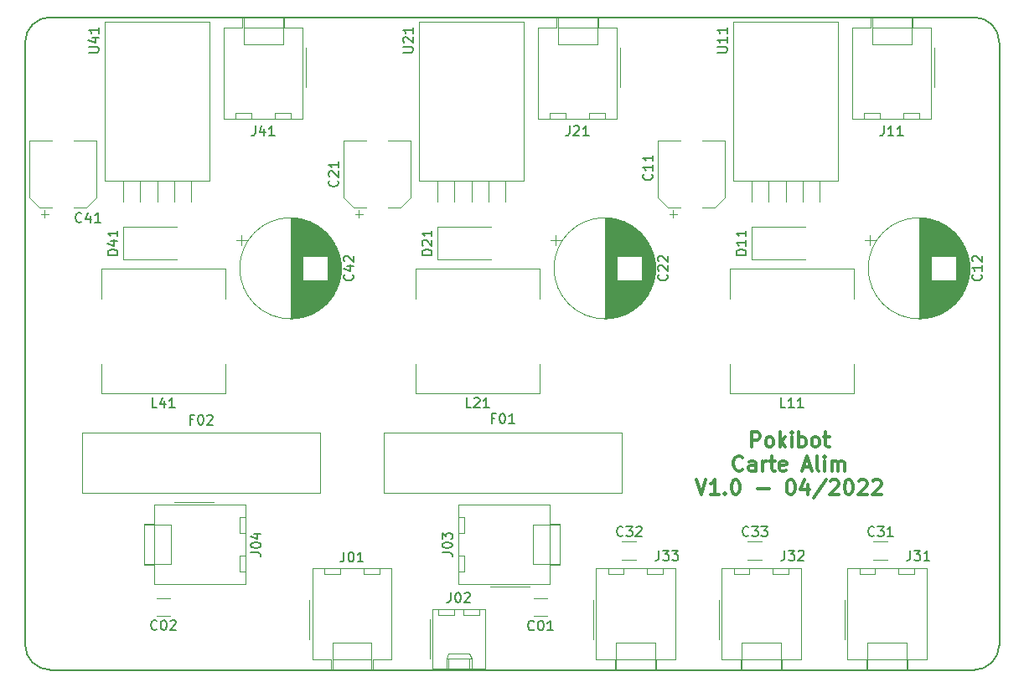
<source format=gbr>
G04 #@! TF.GenerationSoftware,KiCad,Pcbnew,6.0.4-6f826c9f35~116~ubuntu21.10.1*
G04 #@! TF.CreationDate,2022-04-21T21:11:02+02:00*
G04 #@! TF.ProjectId,Carte_Alim,43617274-655f-4416-9c69-6d2e6b696361,rev?*
G04 #@! TF.SameCoordinates,Original*
G04 #@! TF.FileFunction,Legend,Top*
G04 #@! TF.FilePolarity,Positive*
%FSLAX46Y46*%
G04 Gerber Fmt 4.6, Leading zero omitted, Abs format (unit mm)*
G04 Created by KiCad (PCBNEW 6.0.4-6f826c9f35~116~ubuntu21.10.1) date 2022-04-21 21:11:02*
%MOMM*%
%LPD*%
G01*
G04 APERTURE LIST*
%ADD10C,0.300000*%
G04 #@! TA.AperFunction,Profile*
%ADD11C,0.150000*%
G04 #@! TD*
%ADD12C,0.150000*%
%ADD13C,0.120000*%
G04 APERTURE END LIST*
D10*
X158484571Y-110150571D02*
X158484571Y-108650571D01*
X159056000Y-108650571D01*
X159198857Y-108722000D01*
X159270285Y-108793428D01*
X159341714Y-108936285D01*
X159341714Y-109150571D01*
X159270285Y-109293428D01*
X159198857Y-109364857D01*
X159056000Y-109436285D01*
X158484571Y-109436285D01*
X160198857Y-110150571D02*
X160056000Y-110079142D01*
X159984571Y-110007714D01*
X159913142Y-109864857D01*
X159913142Y-109436285D01*
X159984571Y-109293428D01*
X160056000Y-109222000D01*
X160198857Y-109150571D01*
X160413142Y-109150571D01*
X160556000Y-109222000D01*
X160627428Y-109293428D01*
X160698857Y-109436285D01*
X160698857Y-109864857D01*
X160627428Y-110007714D01*
X160556000Y-110079142D01*
X160413142Y-110150571D01*
X160198857Y-110150571D01*
X161341714Y-110150571D02*
X161341714Y-108650571D01*
X161484571Y-109579142D02*
X161913142Y-110150571D01*
X161913142Y-109150571D02*
X161341714Y-109722000D01*
X162556000Y-110150571D02*
X162556000Y-109150571D01*
X162556000Y-108650571D02*
X162484571Y-108722000D01*
X162556000Y-108793428D01*
X162627428Y-108722000D01*
X162556000Y-108650571D01*
X162556000Y-108793428D01*
X163270285Y-110150571D02*
X163270285Y-108650571D01*
X163270285Y-109222000D02*
X163413142Y-109150571D01*
X163698857Y-109150571D01*
X163841714Y-109222000D01*
X163913142Y-109293428D01*
X163984571Y-109436285D01*
X163984571Y-109864857D01*
X163913142Y-110007714D01*
X163841714Y-110079142D01*
X163698857Y-110150571D01*
X163413142Y-110150571D01*
X163270285Y-110079142D01*
X164841714Y-110150571D02*
X164698857Y-110079142D01*
X164627428Y-110007714D01*
X164556000Y-109864857D01*
X164556000Y-109436285D01*
X164627428Y-109293428D01*
X164698857Y-109222000D01*
X164841714Y-109150571D01*
X165056000Y-109150571D01*
X165198857Y-109222000D01*
X165270285Y-109293428D01*
X165341714Y-109436285D01*
X165341714Y-109864857D01*
X165270285Y-110007714D01*
X165198857Y-110079142D01*
X165056000Y-110150571D01*
X164841714Y-110150571D01*
X165770285Y-109150571D02*
X166341714Y-109150571D01*
X165984571Y-108650571D02*
X165984571Y-109936285D01*
X166056000Y-110079142D01*
X166198857Y-110150571D01*
X166341714Y-110150571D01*
X157591714Y-112422714D02*
X157520285Y-112494142D01*
X157306000Y-112565571D01*
X157163142Y-112565571D01*
X156948857Y-112494142D01*
X156806000Y-112351285D01*
X156734571Y-112208428D01*
X156663142Y-111922714D01*
X156663142Y-111708428D01*
X156734571Y-111422714D01*
X156806000Y-111279857D01*
X156948857Y-111137000D01*
X157163142Y-111065571D01*
X157306000Y-111065571D01*
X157520285Y-111137000D01*
X157591714Y-111208428D01*
X158877428Y-112565571D02*
X158877428Y-111779857D01*
X158806000Y-111637000D01*
X158663142Y-111565571D01*
X158377428Y-111565571D01*
X158234571Y-111637000D01*
X158877428Y-112494142D02*
X158734571Y-112565571D01*
X158377428Y-112565571D01*
X158234571Y-112494142D01*
X158163142Y-112351285D01*
X158163142Y-112208428D01*
X158234571Y-112065571D01*
X158377428Y-111994142D01*
X158734571Y-111994142D01*
X158877428Y-111922714D01*
X159591714Y-112565571D02*
X159591714Y-111565571D01*
X159591714Y-111851285D02*
X159663142Y-111708428D01*
X159734571Y-111637000D01*
X159877428Y-111565571D01*
X160020285Y-111565571D01*
X160306000Y-111565571D02*
X160877428Y-111565571D01*
X160520285Y-111065571D02*
X160520285Y-112351285D01*
X160591714Y-112494142D01*
X160734571Y-112565571D01*
X160877428Y-112565571D01*
X161948857Y-112494142D02*
X161806000Y-112565571D01*
X161520285Y-112565571D01*
X161377428Y-112494142D01*
X161306000Y-112351285D01*
X161306000Y-111779857D01*
X161377428Y-111637000D01*
X161520285Y-111565571D01*
X161806000Y-111565571D01*
X161948857Y-111637000D01*
X162020285Y-111779857D01*
X162020285Y-111922714D01*
X161306000Y-112065571D01*
X163734571Y-112137000D02*
X164448857Y-112137000D01*
X163591714Y-112565571D02*
X164091714Y-111065571D01*
X164591714Y-112565571D01*
X165306000Y-112565571D02*
X165163142Y-112494142D01*
X165091714Y-112351285D01*
X165091714Y-111065571D01*
X165877428Y-112565571D02*
X165877428Y-111565571D01*
X165877428Y-111065571D02*
X165806000Y-111137000D01*
X165877428Y-111208428D01*
X165948857Y-111137000D01*
X165877428Y-111065571D01*
X165877428Y-111208428D01*
X166591714Y-112565571D02*
X166591714Y-111565571D01*
X166591714Y-111708428D02*
X166663142Y-111637000D01*
X166806000Y-111565571D01*
X167020285Y-111565571D01*
X167163142Y-111637000D01*
X167234571Y-111779857D01*
X167234571Y-112565571D01*
X167234571Y-111779857D02*
X167306000Y-111637000D01*
X167448857Y-111565571D01*
X167663142Y-111565571D01*
X167806000Y-111637000D01*
X167877428Y-111779857D01*
X167877428Y-112565571D01*
X152877428Y-113480571D02*
X153377428Y-114980571D01*
X153877428Y-113480571D01*
X155163142Y-114980571D02*
X154306000Y-114980571D01*
X154734571Y-114980571D02*
X154734571Y-113480571D01*
X154591714Y-113694857D01*
X154448857Y-113837714D01*
X154306000Y-113909142D01*
X155806000Y-114837714D02*
X155877428Y-114909142D01*
X155806000Y-114980571D01*
X155734571Y-114909142D01*
X155806000Y-114837714D01*
X155806000Y-114980571D01*
X156806000Y-113480571D02*
X156948857Y-113480571D01*
X157091714Y-113552000D01*
X157163142Y-113623428D01*
X157234571Y-113766285D01*
X157306000Y-114052000D01*
X157306000Y-114409142D01*
X157234571Y-114694857D01*
X157163142Y-114837714D01*
X157091714Y-114909142D01*
X156948857Y-114980571D01*
X156806000Y-114980571D01*
X156663142Y-114909142D01*
X156591714Y-114837714D01*
X156520285Y-114694857D01*
X156448857Y-114409142D01*
X156448857Y-114052000D01*
X156520285Y-113766285D01*
X156591714Y-113623428D01*
X156663142Y-113552000D01*
X156806000Y-113480571D01*
X159091714Y-114409142D02*
X160234571Y-114409142D01*
X162377428Y-113480571D02*
X162520285Y-113480571D01*
X162663142Y-113552000D01*
X162734571Y-113623428D01*
X162806000Y-113766285D01*
X162877428Y-114052000D01*
X162877428Y-114409142D01*
X162806000Y-114694857D01*
X162734571Y-114837714D01*
X162663142Y-114909142D01*
X162520285Y-114980571D01*
X162377428Y-114980571D01*
X162234571Y-114909142D01*
X162163142Y-114837714D01*
X162091714Y-114694857D01*
X162020285Y-114409142D01*
X162020285Y-114052000D01*
X162091714Y-113766285D01*
X162163142Y-113623428D01*
X162234571Y-113552000D01*
X162377428Y-113480571D01*
X164163142Y-113980571D02*
X164163142Y-114980571D01*
X163806000Y-113409142D02*
X163448857Y-114480571D01*
X164377428Y-114480571D01*
X166020285Y-113409142D02*
X164734571Y-115337714D01*
X166448857Y-113623428D02*
X166520285Y-113552000D01*
X166663142Y-113480571D01*
X167020285Y-113480571D01*
X167163142Y-113552000D01*
X167234571Y-113623428D01*
X167306000Y-113766285D01*
X167306000Y-113909142D01*
X167234571Y-114123428D01*
X166377428Y-114980571D01*
X167306000Y-114980571D01*
X168234571Y-113480571D02*
X168377428Y-113480571D01*
X168520285Y-113552000D01*
X168591714Y-113623428D01*
X168663142Y-113766285D01*
X168734571Y-114052000D01*
X168734571Y-114409142D01*
X168663142Y-114694857D01*
X168591714Y-114837714D01*
X168520285Y-114909142D01*
X168377428Y-114980571D01*
X168234571Y-114980571D01*
X168091714Y-114909142D01*
X168020285Y-114837714D01*
X167948857Y-114694857D01*
X167877428Y-114409142D01*
X167877428Y-114052000D01*
X167948857Y-113766285D01*
X168020285Y-113623428D01*
X168091714Y-113552000D01*
X168234571Y-113480571D01*
X169306000Y-113623428D02*
X169377428Y-113552000D01*
X169520285Y-113480571D01*
X169877428Y-113480571D01*
X170020285Y-113552000D01*
X170091714Y-113623428D01*
X170163142Y-113766285D01*
X170163142Y-113909142D01*
X170091714Y-114123428D01*
X169234571Y-114980571D01*
X170163142Y-114980571D01*
X170734571Y-113623428D02*
X170806000Y-113552000D01*
X170948857Y-113480571D01*
X171306000Y-113480571D01*
X171448857Y-113552000D01*
X171520285Y-113623428D01*
X171591714Y-113766285D01*
X171591714Y-113909142D01*
X171520285Y-114123428D01*
X170663142Y-114980571D01*
X171591714Y-114980571D01*
D11*
X183514999Y-130175001D02*
X183514999Y-69215001D01*
X180975000Y-132715000D02*
G75*
G03*
X183515000Y-130175000I0J2540000D01*
G01*
X180975000Y-66675000D02*
X87630000Y-66675000D01*
X87630000Y-132715000D02*
X180975000Y-132715000D01*
X183515000Y-69215000D02*
G75*
G03*
X180975000Y-66675000I-2540000J0D01*
G01*
X85090000Y-69215000D02*
X85090000Y-130175000D01*
X87630000Y-66675000D02*
G75*
G03*
X85090000Y-69215000I0J-2540000D01*
G01*
X85090000Y-130175000D02*
G75*
G03*
X87630000Y-132715000I2540000J0D01*
G01*
D12*
X98417142Y-106177380D02*
X97940952Y-106177380D01*
X97940952Y-105177380D01*
X99179047Y-105510714D02*
X99179047Y-106177380D01*
X98940952Y-105129761D02*
X98702857Y-105844047D01*
X99321904Y-105844047D01*
X100226666Y-106177380D02*
X99655238Y-106177380D01*
X99940952Y-106177380D02*
X99940952Y-105177380D01*
X99845714Y-105320238D01*
X99750476Y-105415476D01*
X99655238Y-105463095D01*
X128095476Y-124892380D02*
X128095476Y-125606666D01*
X128047857Y-125749523D01*
X127952619Y-125844761D01*
X127809761Y-125892380D01*
X127714523Y-125892380D01*
X128762142Y-124892380D02*
X128857380Y-124892380D01*
X128952619Y-124940000D01*
X129000238Y-124987619D01*
X129047857Y-125082857D01*
X129095476Y-125273333D01*
X129095476Y-125511428D01*
X129047857Y-125701904D01*
X129000238Y-125797142D01*
X128952619Y-125844761D01*
X128857380Y-125892380D01*
X128762142Y-125892380D01*
X128666904Y-125844761D01*
X128619285Y-125797142D01*
X128571666Y-125701904D01*
X128524047Y-125511428D01*
X128524047Y-125273333D01*
X128571666Y-125082857D01*
X128619285Y-124987619D01*
X128666904Y-124940000D01*
X128762142Y-124892380D01*
X129476428Y-124987619D02*
X129524047Y-124940000D01*
X129619285Y-124892380D01*
X129857380Y-124892380D01*
X129952619Y-124940000D01*
X130000238Y-124987619D01*
X130047857Y-125082857D01*
X130047857Y-125178095D01*
X130000238Y-125320952D01*
X129428809Y-125892380D01*
X130047857Y-125892380D01*
X170882142Y-119102142D02*
X170834523Y-119149761D01*
X170691666Y-119197380D01*
X170596428Y-119197380D01*
X170453571Y-119149761D01*
X170358333Y-119054523D01*
X170310714Y-118959285D01*
X170263095Y-118768809D01*
X170263095Y-118625952D01*
X170310714Y-118435476D01*
X170358333Y-118340238D01*
X170453571Y-118245000D01*
X170596428Y-118197380D01*
X170691666Y-118197380D01*
X170834523Y-118245000D01*
X170882142Y-118292619D01*
X171215476Y-118197380D02*
X171834523Y-118197380D01*
X171501190Y-118578333D01*
X171644047Y-118578333D01*
X171739285Y-118625952D01*
X171786904Y-118673571D01*
X171834523Y-118768809D01*
X171834523Y-119006904D01*
X171786904Y-119102142D01*
X171739285Y-119149761D01*
X171644047Y-119197380D01*
X171358333Y-119197380D01*
X171263095Y-119149761D01*
X171215476Y-119102142D01*
X172786904Y-119197380D02*
X172215476Y-119197380D01*
X172501190Y-119197380D02*
X172501190Y-118197380D01*
X172405952Y-118340238D01*
X172310714Y-118435476D01*
X172215476Y-118483095D01*
X145482142Y-119102142D02*
X145434523Y-119149761D01*
X145291666Y-119197380D01*
X145196428Y-119197380D01*
X145053571Y-119149761D01*
X144958333Y-119054523D01*
X144910714Y-118959285D01*
X144863095Y-118768809D01*
X144863095Y-118625952D01*
X144910714Y-118435476D01*
X144958333Y-118340238D01*
X145053571Y-118245000D01*
X145196428Y-118197380D01*
X145291666Y-118197380D01*
X145434523Y-118245000D01*
X145482142Y-118292619D01*
X145815476Y-118197380D02*
X146434523Y-118197380D01*
X146101190Y-118578333D01*
X146244047Y-118578333D01*
X146339285Y-118625952D01*
X146386904Y-118673571D01*
X146434523Y-118768809D01*
X146434523Y-119006904D01*
X146386904Y-119102142D01*
X146339285Y-119149761D01*
X146244047Y-119197380D01*
X145958333Y-119197380D01*
X145863095Y-119149761D01*
X145815476Y-119102142D01*
X146815476Y-118292619D02*
X146863095Y-118245000D01*
X146958333Y-118197380D01*
X147196428Y-118197380D01*
X147291666Y-118245000D01*
X147339285Y-118292619D01*
X147386904Y-118387857D01*
X147386904Y-118483095D01*
X147339285Y-118625952D01*
X146767857Y-119197380D01*
X147386904Y-119197380D01*
X174525476Y-120632380D02*
X174525476Y-121346666D01*
X174477857Y-121489523D01*
X174382619Y-121584761D01*
X174239761Y-121632380D01*
X174144523Y-121632380D01*
X174906428Y-120632380D02*
X175525476Y-120632380D01*
X175192142Y-121013333D01*
X175335000Y-121013333D01*
X175430238Y-121060952D01*
X175477857Y-121108571D01*
X175525476Y-121203809D01*
X175525476Y-121441904D01*
X175477857Y-121537142D01*
X175430238Y-121584761D01*
X175335000Y-121632380D01*
X175049285Y-121632380D01*
X174954047Y-121584761D01*
X174906428Y-121537142D01*
X176477857Y-121632380D02*
X175906428Y-121632380D01*
X176192142Y-121632380D02*
X176192142Y-120632380D01*
X176096904Y-120775238D01*
X176001666Y-120870476D01*
X175906428Y-120918095D01*
X91527380Y-70243095D02*
X92336904Y-70243095D01*
X92432142Y-70195476D01*
X92479761Y-70147857D01*
X92527380Y-70052619D01*
X92527380Y-69862142D01*
X92479761Y-69766904D01*
X92432142Y-69719285D01*
X92336904Y-69671666D01*
X91527380Y-69671666D01*
X91860714Y-68766904D02*
X92527380Y-68766904D01*
X91479761Y-69005000D02*
X92194047Y-69243095D01*
X92194047Y-68624047D01*
X92527380Y-67719285D02*
X92527380Y-68290714D01*
X92527380Y-68005000D02*
X91527380Y-68005000D01*
X91670238Y-68100238D01*
X91765476Y-68195476D01*
X91813095Y-68290714D01*
X90797142Y-87352142D02*
X90749523Y-87399761D01*
X90606666Y-87447380D01*
X90511428Y-87447380D01*
X90368571Y-87399761D01*
X90273333Y-87304523D01*
X90225714Y-87209285D01*
X90178095Y-87018809D01*
X90178095Y-86875952D01*
X90225714Y-86685476D01*
X90273333Y-86590238D01*
X90368571Y-86495000D01*
X90511428Y-86447380D01*
X90606666Y-86447380D01*
X90749523Y-86495000D01*
X90797142Y-86542619D01*
X91654285Y-86780714D02*
X91654285Y-87447380D01*
X91416190Y-86399761D02*
X91178095Y-87114047D01*
X91797142Y-87114047D01*
X92701904Y-87447380D02*
X92130476Y-87447380D01*
X92416190Y-87447380D02*
X92416190Y-86447380D01*
X92320952Y-86590238D01*
X92225714Y-86685476D01*
X92130476Y-86733095D01*
X161917142Y-106177380D02*
X161440952Y-106177380D01*
X161440952Y-105177380D01*
X162774285Y-106177380D02*
X162202857Y-106177380D01*
X162488571Y-106177380D02*
X162488571Y-105177380D01*
X162393333Y-105320238D01*
X162298095Y-105415476D01*
X162202857Y-105463095D01*
X163726666Y-106177380D02*
X163155238Y-106177380D01*
X163440952Y-106177380D02*
X163440952Y-105177380D01*
X163345714Y-105320238D01*
X163250476Y-105415476D01*
X163155238Y-105463095D01*
X149125476Y-120632380D02*
X149125476Y-121346666D01*
X149077857Y-121489523D01*
X148982619Y-121584761D01*
X148839761Y-121632380D01*
X148744523Y-121632380D01*
X149506428Y-120632380D02*
X150125476Y-120632380D01*
X149792142Y-121013333D01*
X149935000Y-121013333D01*
X150030238Y-121060952D01*
X150077857Y-121108571D01*
X150125476Y-121203809D01*
X150125476Y-121441904D01*
X150077857Y-121537142D01*
X150030238Y-121584761D01*
X149935000Y-121632380D01*
X149649285Y-121632380D01*
X149554047Y-121584761D01*
X149506428Y-121537142D01*
X150458809Y-120632380D02*
X151077857Y-120632380D01*
X150744523Y-121013333D01*
X150887380Y-121013333D01*
X150982619Y-121060952D01*
X151030238Y-121108571D01*
X151077857Y-121203809D01*
X151077857Y-121441904D01*
X151030238Y-121537142D01*
X150982619Y-121584761D01*
X150887380Y-121632380D01*
X150601666Y-121632380D01*
X150506428Y-121584761D01*
X150458809Y-121537142D01*
X98417142Y-128572142D02*
X98369523Y-128619761D01*
X98226666Y-128667380D01*
X98131428Y-128667380D01*
X97988571Y-128619761D01*
X97893333Y-128524523D01*
X97845714Y-128429285D01*
X97798095Y-128238809D01*
X97798095Y-128095952D01*
X97845714Y-127905476D01*
X97893333Y-127810238D01*
X97988571Y-127715000D01*
X98131428Y-127667380D01*
X98226666Y-127667380D01*
X98369523Y-127715000D01*
X98417142Y-127762619D01*
X99036190Y-127667380D02*
X99131428Y-127667380D01*
X99226666Y-127715000D01*
X99274285Y-127762619D01*
X99321904Y-127857857D01*
X99369523Y-128048333D01*
X99369523Y-128286428D01*
X99321904Y-128476904D01*
X99274285Y-128572142D01*
X99226666Y-128619761D01*
X99131428Y-128667380D01*
X99036190Y-128667380D01*
X98940952Y-128619761D01*
X98893333Y-128572142D01*
X98845714Y-128476904D01*
X98798095Y-128286428D01*
X98798095Y-128048333D01*
X98845714Y-127857857D01*
X98893333Y-127762619D01*
X98940952Y-127715000D01*
X99036190Y-127667380D01*
X99750476Y-127762619D02*
X99798095Y-127715000D01*
X99893333Y-127667380D01*
X100131428Y-127667380D01*
X100226666Y-127715000D01*
X100274285Y-127762619D01*
X100321904Y-127857857D01*
X100321904Y-127953095D01*
X100274285Y-128095952D01*
X99702857Y-128667380D01*
X100321904Y-128667380D01*
X126182380Y-90749285D02*
X125182380Y-90749285D01*
X125182380Y-90511190D01*
X125230000Y-90368333D01*
X125325238Y-90273095D01*
X125420476Y-90225476D01*
X125610952Y-90177857D01*
X125753809Y-90177857D01*
X125944285Y-90225476D01*
X126039523Y-90273095D01*
X126134761Y-90368333D01*
X126182380Y-90511190D01*
X126182380Y-90749285D01*
X125277619Y-89796904D02*
X125230000Y-89749285D01*
X125182380Y-89654047D01*
X125182380Y-89415952D01*
X125230000Y-89320714D01*
X125277619Y-89273095D01*
X125372857Y-89225476D01*
X125468095Y-89225476D01*
X125610952Y-89273095D01*
X126182380Y-89844523D01*
X126182380Y-89225476D01*
X126182380Y-88273095D02*
X126182380Y-88844523D01*
X126182380Y-88558809D02*
X125182380Y-88558809D01*
X125325238Y-88654047D01*
X125420476Y-88749285D01*
X125468095Y-88844523D01*
X102060476Y-107388571D02*
X101727142Y-107388571D01*
X101727142Y-107912380D02*
X101727142Y-106912380D01*
X102203333Y-106912380D01*
X102774761Y-106912380D02*
X102870000Y-106912380D01*
X102965238Y-106960000D01*
X103012857Y-107007619D01*
X103060476Y-107102857D01*
X103108095Y-107293333D01*
X103108095Y-107531428D01*
X103060476Y-107721904D01*
X103012857Y-107817142D01*
X102965238Y-107864761D01*
X102870000Y-107912380D01*
X102774761Y-107912380D01*
X102679523Y-107864761D01*
X102631904Y-107817142D01*
X102584285Y-107721904D01*
X102536666Y-107531428D01*
X102536666Y-107293333D01*
X102584285Y-107102857D01*
X102631904Y-107007619D01*
X102679523Y-106960000D01*
X102774761Y-106912380D01*
X103489047Y-107007619D02*
X103536666Y-106960000D01*
X103631904Y-106912380D01*
X103870000Y-106912380D01*
X103965238Y-106960000D01*
X104012857Y-107007619D01*
X104060476Y-107102857D01*
X104060476Y-107198095D01*
X104012857Y-107340952D01*
X103441428Y-107912380D01*
X104060476Y-107912380D01*
X117300476Y-120777380D02*
X117300476Y-121491666D01*
X117252857Y-121634523D01*
X117157619Y-121729761D01*
X117014761Y-121777380D01*
X116919523Y-121777380D01*
X117967142Y-120777380D02*
X118062380Y-120777380D01*
X118157619Y-120825000D01*
X118205238Y-120872619D01*
X118252857Y-120967857D01*
X118300476Y-121158333D01*
X118300476Y-121396428D01*
X118252857Y-121586904D01*
X118205238Y-121682142D01*
X118157619Y-121729761D01*
X118062380Y-121777380D01*
X117967142Y-121777380D01*
X117871904Y-121729761D01*
X117824285Y-121682142D01*
X117776666Y-121586904D01*
X117729047Y-121396428D01*
X117729047Y-121158333D01*
X117776666Y-120967857D01*
X117824285Y-120872619D01*
X117871904Y-120825000D01*
X117967142Y-120777380D01*
X119252857Y-121777380D02*
X118681428Y-121777380D01*
X118967142Y-121777380D02*
X118967142Y-120777380D01*
X118871904Y-120920238D01*
X118776666Y-121015476D01*
X118681428Y-121063095D01*
X136517142Y-128627142D02*
X136469523Y-128674761D01*
X136326666Y-128722380D01*
X136231428Y-128722380D01*
X136088571Y-128674761D01*
X135993333Y-128579523D01*
X135945714Y-128484285D01*
X135898095Y-128293809D01*
X135898095Y-128150952D01*
X135945714Y-127960476D01*
X135993333Y-127865238D01*
X136088571Y-127770000D01*
X136231428Y-127722380D01*
X136326666Y-127722380D01*
X136469523Y-127770000D01*
X136517142Y-127817619D01*
X137136190Y-127722380D02*
X137231428Y-127722380D01*
X137326666Y-127770000D01*
X137374285Y-127817619D01*
X137421904Y-127912857D01*
X137469523Y-128103333D01*
X137469523Y-128341428D01*
X137421904Y-128531904D01*
X137374285Y-128627142D01*
X137326666Y-128674761D01*
X137231428Y-128722380D01*
X137136190Y-128722380D01*
X137040952Y-128674761D01*
X136993333Y-128627142D01*
X136945714Y-128531904D01*
X136898095Y-128341428D01*
X136898095Y-128103333D01*
X136945714Y-127912857D01*
X136993333Y-127817619D01*
X137040952Y-127770000D01*
X137136190Y-127722380D01*
X138421904Y-128722380D02*
X137850476Y-128722380D01*
X138136190Y-128722380D02*
X138136190Y-127722380D01*
X138040952Y-127865238D01*
X137945714Y-127960476D01*
X137850476Y-128008095D01*
X123277380Y-70243095D02*
X124086904Y-70243095D01*
X124182142Y-70195476D01*
X124229761Y-70147857D01*
X124277380Y-70052619D01*
X124277380Y-69862142D01*
X124229761Y-69766904D01*
X124182142Y-69719285D01*
X124086904Y-69671666D01*
X123277380Y-69671666D01*
X123372619Y-69243095D02*
X123325000Y-69195476D01*
X123277380Y-69100238D01*
X123277380Y-68862142D01*
X123325000Y-68766904D01*
X123372619Y-68719285D01*
X123467857Y-68671666D01*
X123563095Y-68671666D01*
X123705952Y-68719285D01*
X124277380Y-69290714D01*
X124277380Y-68671666D01*
X124277380Y-67719285D02*
X124277380Y-68290714D01*
X124277380Y-68005000D02*
X123277380Y-68005000D01*
X123420238Y-68100238D01*
X123515476Y-68195476D01*
X123563095Y-68290714D01*
X107892380Y-120824523D02*
X108606666Y-120824523D01*
X108749523Y-120872142D01*
X108844761Y-120967380D01*
X108892380Y-121110238D01*
X108892380Y-121205476D01*
X107892380Y-120157857D02*
X107892380Y-120062619D01*
X107940000Y-119967380D01*
X107987619Y-119919761D01*
X108082857Y-119872142D01*
X108273333Y-119824523D01*
X108511428Y-119824523D01*
X108701904Y-119872142D01*
X108797142Y-119919761D01*
X108844761Y-119967380D01*
X108892380Y-120062619D01*
X108892380Y-120157857D01*
X108844761Y-120253095D01*
X108797142Y-120300714D01*
X108701904Y-120348333D01*
X108511428Y-120395952D01*
X108273333Y-120395952D01*
X108082857Y-120348333D01*
X107987619Y-120300714D01*
X107940000Y-120253095D01*
X107892380Y-120157857D01*
X108225714Y-118967380D02*
X108892380Y-118967380D01*
X107844761Y-119205476D02*
X108559047Y-119443571D01*
X108559047Y-118824523D01*
X132540476Y-107243571D02*
X132207142Y-107243571D01*
X132207142Y-107767380D02*
X132207142Y-106767380D01*
X132683333Y-106767380D01*
X133254761Y-106767380D02*
X133350000Y-106767380D01*
X133445238Y-106815000D01*
X133492857Y-106862619D01*
X133540476Y-106957857D01*
X133588095Y-107148333D01*
X133588095Y-107386428D01*
X133540476Y-107576904D01*
X133492857Y-107672142D01*
X133445238Y-107719761D01*
X133350000Y-107767380D01*
X133254761Y-107767380D01*
X133159523Y-107719761D01*
X133111904Y-107672142D01*
X133064285Y-107576904D01*
X133016666Y-107386428D01*
X133016666Y-107148333D01*
X133064285Y-106957857D01*
X133111904Y-106862619D01*
X133159523Y-106815000D01*
X133254761Y-106767380D01*
X134540476Y-107767380D02*
X133969047Y-107767380D01*
X134254761Y-107767380D02*
X134254761Y-106767380D01*
X134159523Y-106910238D01*
X134064285Y-107005476D01*
X133969047Y-107053095D01*
X181676788Y-92717857D02*
X181724407Y-92765476D01*
X181772026Y-92908333D01*
X181772026Y-93003571D01*
X181724407Y-93146428D01*
X181629169Y-93241666D01*
X181533931Y-93289285D01*
X181343455Y-93336904D01*
X181200598Y-93336904D01*
X181010122Y-93289285D01*
X180914884Y-93241666D01*
X180819646Y-93146428D01*
X180772026Y-93003571D01*
X180772026Y-92908333D01*
X180819646Y-92765476D01*
X180867265Y-92717857D01*
X181772026Y-91765476D02*
X181772026Y-92336904D01*
X181772026Y-92051190D02*
X180772026Y-92051190D01*
X180914884Y-92146428D01*
X181010122Y-92241666D01*
X181057741Y-92336904D01*
X180867265Y-91384523D02*
X180819646Y-91336904D01*
X180772026Y-91241666D01*
X180772026Y-91003571D01*
X180819646Y-90908333D01*
X180867265Y-90860714D01*
X180962503Y-90813095D01*
X181057741Y-90813095D01*
X181200598Y-90860714D01*
X181772026Y-91432142D01*
X181772026Y-90813095D01*
X158182142Y-119102142D02*
X158134523Y-119149761D01*
X157991666Y-119197380D01*
X157896428Y-119197380D01*
X157753571Y-119149761D01*
X157658333Y-119054523D01*
X157610714Y-118959285D01*
X157563095Y-118768809D01*
X157563095Y-118625952D01*
X157610714Y-118435476D01*
X157658333Y-118340238D01*
X157753571Y-118245000D01*
X157896428Y-118197380D01*
X157991666Y-118197380D01*
X158134523Y-118245000D01*
X158182142Y-118292619D01*
X158515476Y-118197380D02*
X159134523Y-118197380D01*
X158801190Y-118578333D01*
X158944047Y-118578333D01*
X159039285Y-118625952D01*
X159086904Y-118673571D01*
X159134523Y-118768809D01*
X159134523Y-119006904D01*
X159086904Y-119102142D01*
X159039285Y-119149761D01*
X158944047Y-119197380D01*
X158658333Y-119197380D01*
X158563095Y-119149761D01*
X158515476Y-119102142D01*
X159467857Y-118197380D02*
X160086904Y-118197380D01*
X159753571Y-118578333D01*
X159896428Y-118578333D01*
X159991666Y-118625952D01*
X160039285Y-118673571D01*
X160086904Y-118768809D01*
X160086904Y-119006904D01*
X160039285Y-119102142D01*
X159991666Y-119149761D01*
X159896428Y-119197380D01*
X159610714Y-119197380D01*
X159515476Y-119149761D01*
X159467857Y-119102142D01*
X155027380Y-70243095D02*
X155836904Y-70243095D01*
X155932142Y-70195476D01*
X155979761Y-70147857D01*
X156027380Y-70052619D01*
X156027380Y-69862142D01*
X155979761Y-69766904D01*
X155932142Y-69719285D01*
X155836904Y-69671666D01*
X155027380Y-69671666D01*
X156027380Y-68671666D02*
X156027380Y-69243095D01*
X156027380Y-68957380D02*
X155027380Y-68957380D01*
X155170238Y-69052619D01*
X155265476Y-69147857D01*
X155313095Y-69243095D01*
X156027380Y-67719285D02*
X156027380Y-68290714D01*
X156027380Y-68005000D02*
X155027380Y-68005000D01*
X155170238Y-68100238D01*
X155265476Y-68195476D01*
X155313095Y-68290714D01*
X157932380Y-90749285D02*
X156932380Y-90749285D01*
X156932380Y-90511190D01*
X156980000Y-90368333D01*
X157075238Y-90273095D01*
X157170476Y-90225476D01*
X157360952Y-90177857D01*
X157503809Y-90177857D01*
X157694285Y-90225476D01*
X157789523Y-90273095D01*
X157884761Y-90368333D01*
X157932380Y-90511190D01*
X157932380Y-90749285D01*
X157932380Y-89225476D02*
X157932380Y-89796904D01*
X157932380Y-89511190D02*
X156932380Y-89511190D01*
X157075238Y-89606428D01*
X157170476Y-89701666D01*
X157218095Y-89796904D01*
X157932380Y-88273095D02*
X157932380Y-88844523D01*
X157932380Y-88558809D02*
X156932380Y-88558809D01*
X157075238Y-88654047D01*
X157170476Y-88749285D01*
X157218095Y-88844523D01*
X130167142Y-106177380D02*
X129690952Y-106177380D01*
X129690952Y-105177380D01*
X130452857Y-105272619D02*
X130500476Y-105225000D01*
X130595714Y-105177380D01*
X130833809Y-105177380D01*
X130929047Y-105225000D01*
X130976666Y-105272619D01*
X131024285Y-105367857D01*
X131024285Y-105463095D01*
X130976666Y-105605952D01*
X130405238Y-106177380D01*
X131024285Y-106177380D01*
X131976666Y-106177380D02*
X131405238Y-106177380D01*
X131690952Y-106177380D02*
X131690952Y-105177380D01*
X131595714Y-105320238D01*
X131500476Y-105415476D01*
X131405238Y-105463095D01*
X127232380Y-120824523D02*
X127946666Y-120824523D01*
X128089523Y-120872142D01*
X128184761Y-120967380D01*
X128232380Y-121110238D01*
X128232380Y-121205476D01*
X127232380Y-120157857D02*
X127232380Y-120062619D01*
X127280000Y-119967380D01*
X127327619Y-119919761D01*
X127422857Y-119872142D01*
X127613333Y-119824523D01*
X127851428Y-119824523D01*
X128041904Y-119872142D01*
X128137142Y-119919761D01*
X128184761Y-119967380D01*
X128232380Y-120062619D01*
X128232380Y-120157857D01*
X128184761Y-120253095D01*
X128137142Y-120300714D01*
X128041904Y-120348333D01*
X127851428Y-120395952D01*
X127613333Y-120395952D01*
X127422857Y-120348333D01*
X127327619Y-120300714D01*
X127280000Y-120253095D01*
X127232380Y-120157857D01*
X127232380Y-119491190D02*
X127232380Y-118872142D01*
X127613333Y-119205476D01*
X127613333Y-119062619D01*
X127660952Y-118967380D01*
X127708571Y-118919761D01*
X127803809Y-118872142D01*
X128041904Y-118872142D01*
X128137142Y-118919761D01*
X128184761Y-118967380D01*
X128232380Y-119062619D01*
X128232380Y-119348333D01*
X128184761Y-119443571D01*
X128137142Y-119491190D01*
X149926788Y-92717857D02*
X149974407Y-92765476D01*
X150022026Y-92908333D01*
X150022026Y-93003571D01*
X149974407Y-93146428D01*
X149879169Y-93241666D01*
X149783931Y-93289285D01*
X149593455Y-93336904D01*
X149450598Y-93336904D01*
X149260122Y-93289285D01*
X149164884Y-93241666D01*
X149069646Y-93146428D01*
X149022026Y-93003571D01*
X149022026Y-92908333D01*
X149069646Y-92765476D01*
X149117265Y-92717857D01*
X149117265Y-92336904D02*
X149069646Y-92289285D01*
X149022026Y-92194047D01*
X149022026Y-91955952D01*
X149069646Y-91860714D01*
X149117265Y-91813095D01*
X149212503Y-91765476D01*
X149307741Y-91765476D01*
X149450598Y-91813095D01*
X150022026Y-92384523D01*
X150022026Y-91765476D01*
X149117265Y-91384523D02*
X149069646Y-91336904D01*
X149022026Y-91241666D01*
X149022026Y-91003571D01*
X149069646Y-90908333D01*
X149117265Y-90860714D01*
X149212503Y-90813095D01*
X149307741Y-90813095D01*
X149450598Y-90860714D01*
X150022026Y-91432142D01*
X150022026Y-90813095D01*
X118176788Y-92717857D02*
X118224407Y-92765476D01*
X118272026Y-92908333D01*
X118272026Y-93003571D01*
X118224407Y-93146428D01*
X118129169Y-93241666D01*
X118033931Y-93289285D01*
X117843455Y-93336904D01*
X117700598Y-93336904D01*
X117510122Y-93289285D01*
X117414884Y-93241666D01*
X117319646Y-93146428D01*
X117272026Y-93003571D01*
X117272026Y-92908333D01*
X117319646Y-92765476D01*
X117367265Y-92717857D01*
X117605360Y-91860714D02*
X118272026Y-91860714D01*
X117224407Y-92098809D02*
X117938693Y-92336904D01*
X117938693Y-91717857D01*
X117367265Y-91384523D02*
X117319646Y-91336904D01*
X117272026Y-91241666D01*
X117272026Y-91003571D01*
X117319646Y-90908333D01*
X117367265Y-90860714D01*
X117462503Y-90813095D01*
X117557741Y-90813095D01*
X117700598Y-90860714D01*
X118272026Y-91432142D01*
X118272026Y-90813095D01*
X171835476Y-77662380D02*
X171835476Y-78376666D01*
X171787857Y-78519523D01*
X171692619Y-78614761D01*
X171549761Y-78662380D01*
X171454523Y-78662380D01*
X172835476Y-78662380D02*
X172264047Y-78662380D01*
X172549761Y-78662380D02*
X172549761Y-77662380D01*
X172454523Y-77805238D01*
X172359285Y-77900476D01*
X172264047Y-77948095D01*
X173787857Y-78662380D02*
X173216428Y-78662380D01*
X173502142Y-78662380D02*
X173502142Y-77662380D01*
X173406904Y-77805238D01*
X173311666Y-77900476D01*
X173216428Y-77948095D01*
X94432380Y-90749285D02*
X93432380Y-90749285D01*
X93432380Y-90511190D01*
X93480000Y-90368333D01*
X93575238Y-90273095D01*
X93670476Y-90225476D01*
X93860952Y-90177857D01*
X94003809Y-90177857D01*
X94194285Y-90225476D01*
X94289523Y-90273095D01*
X94384761Y-90368333D01*
X94432380Y-90511190D01*
X94432380Y-90749285D01*
X93765714Y-89320714D02*
X94432380Y-89320714D01*
X93384761Y-89558809D02*
X94099047Y-89796904D01*
X94099047Y-89177857D01*
X94432380Y-88273095D02*
X94432380Y-88844523D01*
X94432380Y-88558809D02*
X93432380Y-88558809D01*
X93575238Y-88654047D01*
X93670476Y-88749285D01*
X93718095Y-88844523D01*
X148407142Y-82557857D02*
X148454761Y-82605476D01*
X148502380Y-82748333D01*
X148502380Y-82843571D01*
X148454761Y-82986428D01*
X148359523Y-83081666D01*
X148264285Y-83129285D01*
X148073809Y-83176904D01*
X147930952Y-83176904D01*
X147740476Y-83129285D01*
X147645238Y-83081666D01*
X147550000Y-82986428D01*
X147502380Y-82843571D01*
X147502380Y-82748333D01*
X147550000Y-82605476D01*
X147597619Y-82557857D01*
X148502380Y-81605476D02*
X148502380Y-82176904D01*
X148502380Y-81891190D02*
X147502380Y-81891190D01*
X147645238Y-81986428D01*
X147740476Y-82081666D01*
X147788095Y-82176904D01*
X148502380Y-80653095D02*
X148502380Y-81224523D01*
X148502380Y-80938809D02*
X147502380Y-80938809D01*
X147645238Y-81034047D01*
X147740476Y-81129285D01*
X147788095Y-81224523D01*
X108335476Y-77662380D02*
X108335476Y-78376666D01*
X108287857Y-78519523D01*
X108192619Y-78614761D01*
X108049761Y-78662380D01*
X107954523Y-78662380D01*
X109240238Y-77995714D02*
X109240238Y-78662380D01*
X109002142Y-77614761D02*
X108764047Y-78329047D01*
X109383095Y-78329047D01*
X110287857Y-78662380D02*
X109716428Y-78662380D01*
X110002142Y-78662380D02*
X110002142Y-77662380D01*
X109906904Y-77805238D01*
X109811666Y-77900476D01*
X109716428Y-77948095D01*
X116657142Y-83192857D02*
X116704761Y-83240476D01*
X116752380Y-83383333D01*
X116752380Y-83478571D01*
X116704761Y-83621428D01*
X116609523Y-83716666D01*
X116514285Y-83764285D01*
X116323809Y-83811904D01*
X116180952Y-83811904D01*
X115990476Y-83764285D01*
X115895238Y-83716666D01*
X115800000Y-83621428D01*
X115752380Y-83478571D01*
X115752380Y-83383333D01*
X115800000Y-83240476D01*
X115847619Y-83192857D01*
X115847619Y-82811904D02*
X115800000Y-82764285D01*
X115752380Y-82669047D01*
X115752380Y-82430952D01*
X115800000Y-82335714D01*
X115847619Y-82288095D01*
X115942857Y-82240476D01*
X116038095Y-82240476D01*
X116180952Y-82288095D01*
X116752380Y-82859523D01*
X116752380Y-82240476D01*
X116752380Y-81288095D02*
X116752380Y-81859523D01*
X116752380Y-81573809D02*
X115752380Y-81573809D01*
X115895238Y-81669047D01*
X115990476Y-81764285D01*
X116038095Y-81859523D01*
X161825476Y-120632380D02*
X161825476Y-121346666D01*
X161777857Y-121489523D01*
X161682619Y-121584761D01*
X161539761Y-121632380D01*
X161444523Y-121632380D01*
X162206428Y-120632380D02*
X162825476Y-120632380D01*
X162492142Y-121013333D01*
X162635000Y-121013333D01*
X162730238Y-121060952D01*
X162777857Y-121108571D01*
X162825476Y-121203809D01*
X162825476Y-121441904D01*
X162777857Y-121537142D01*
X162730238Y-121584761D01*
X162635000Y-121632380D01*
X162349285Y-121632380D01*
X162254047Y-121584761D01*
X162206428Y-121537142D01*
X163206428Y-120727619D02*
X163254047Y-120680000D01*
X163349285Y-120632380D01*
X163587380Y-120632380D01*
X163682619Y-120680000D01*
X163730238Y-120727619D01*
X163777857Y-120822857D01*
X163777857Y-120918095D01*
X163730238Y-121060952D01*
X163158809Y-121632380D01*
X163777857Y-121632380D01*
X140085476Y-77662380D02*
X140085476Y-78376666D01*
X140037857Y-78519523D01*
X139942619Y-78614761D01*
X139799761Y-78662380D01*
X139704523Y-78662380D01*
X140514047Y-77757619D02*
X140561666Y-77710000D01*
X140656904Y-77662380D01*
X140895000Y-77662380D01*
X140990238Y-77710000D01*
X141037857Y-77757619D01*
X141085476Y-77852857D01*
X141085476Y-77948095D01*
X141037857Y-78090952D01*
X140466428Y-78662380D01*
X141085476Y-78662380D01*
X142037857Y-78662380D02*
X141466428Y-78662380D01*
X141752142Y-78662380D02*
X141752142Y-77662380D01*
X141656904Y-77805238D01*
X141561666Y-77900476D01*
X141466428Y-77948095D01*
D13*
X105360000Y-104725000D02*
X92760000Y-104725000D01*
X92760000Y-104725000D02*
X92760000Y-101725000D01*
X105360000Y-101725000D02*
X105360000Y-104725000D01*
X92760000Y-95125000D02*
X92760000Y-92125000D01*
X105360000Y-92125000D02*
X105360000Y-95125000D01*
X92760000Y-92125000D02*
X105360000Y-92125000D01*
X127635000Y-131550000D02*
X127885000Y-131020000D01*
X127885000Y-131020000D02*
X129925000Y-131020000D01*
X126255000Y-132550000D02*
X131555000Y-132550000D01*
X129375000Y-126530000D02*
X129375000Y-127130000D01*
X127885000Y-132550000D02*
X127885000Y-131550000D01*
X127635000Y-132550000D02*
X127635000Y-131550000D01*
X128435000Y-127130000D02*
X128435000Y-126530000D01*
X131555000Y-126530000D02*
X126255000Y-126530000D01*
X126835000Y-126530000D02*
X126835000Y-127130000D01*
X126835000Y-127130000D02*
X128435000Y-127130000D01*
X129925000Y-132550000D02*
X129925000Y-131550000D01*
X125965000Y-127560000D02*
X125965000Y-131560000D01*
X127635000Y-131550000D02*
X130175000Y-131550000D01*
X129925000Y-131020000D02*
X130175000Y-131550000D01*
X130975000Y-127130000D02*
X130975000Y-126530000D01*
X131555000Y-132550000D02*
X131555000Y-126530000D01*
X126255000Y-126530000D02*
X126255000Y-132550000D01*
X129375000Y-127130000D02*
X130975000Y-127130000D01*
X130175000Y-131550000D02*
X130175000Y-132550000D01*
X172236252Y-119740000D02*
X170813748Y-119740000D01*
X172236252Y-121560000D02*
X170813748Y-121560000D01*
X146836252Y-121560000D02*
X145413748Y-121560000D01*
X146836252Y-119740000D02*
X145413748Y-119740000D01*
X168160000Y-122415000D02*
X176160000Y-122415000D01*
X168160000Y-131640000D02*
X168160000Y-122415000D01*
X170980000Y-123015000D02*
X170980000Y-122415000D01*
X169380000Y-122415000D02*
X169380000Y-123015000D01*
X173340000Y-123015000D02*
X174940000Y-123015000D01*
X170180000Y-131645000D02*
X174140000Y-131645000D01*
X170065000Y-132645000D02*
X170065000Y-131640000D01*
X176160000Y-122415000D02*
X176160000Y-131640000D01*
X169380000Y-123015000D02*
X170980000Y-123015000D01*
X174140000Y-129975000D02*
X174140000Y-131645000D01*
X173340000Y-122415000D02*
X173340000Y-123015000D01*
X167870000Y-125635000D02*
X167870000Y-129635000D01*
X176160000Y-131640000D02*
X174255000Y-131640000D01*
X170180000Y-132645000D02*
X170180000Y-131645000D01*
X174140000Y-131645000D02*
X174140000Y-132645000D01*
X174255000Y-131640000D02*
X174255000Y-132645000D01*
X170180000Y-129975000D02*
X174140000Y-129975000D01*
X174255000Y-132645000D02*
X170065000Y-132645000D01*
X174940000Y-123015000D02*
X174940000Y-122415000D01*
X170180000Y-131645000D02*
X170180000Y-129975000D01*
X170065000Y-131640000D02*
X168160000Y-131640000D01*
X98425000Y-83250000D02*
X98425000Y-85310000D01*
X103675000Y-67140000D02*
X103675000Y-83250000D01*
X100125000Y-83250000D02*
X100125000Y-85310000D01*
X93175000Y-83250000D02*
X103675000Y-83250000D01*
X93175000Y-67140000D02*
X93175000Y-83250000D01*
X96725000Y-83250000D02*
X96725000Y-85310000D01*
X95025000Y-83250000D02*
X95025000Y-85310000D01*
X93175000Y-67140000D02*
X103675000Y-67140000D01*
X101825000Y-83250000D02*
X101825000Y-85310000D01*
X91245563Y-85960000D02*
X89960000Y-85960000D01*
X85490000Y-79140000D02*
X87840000Y-79140000D01*
X87052500Y-86987500D02*
X87052500Y-86200000D01*
X86554437Y-85960000D02*
X87840000Y-85960000D01*
X92310000Y-79140000D02*
X89960000Y-79140000D01*
X86554437Y-85960000D02*
X85490000Y-84895563D01*
X85490000Y-84895563D02*
X85490000Y-79140000D01*
X86658750Y-86593750D02*
X87446250Y-86593750D01*
X91245563Y-85960000D02*
X92310000Y-84895563D01*
X92310000Y-84895563D02*
X92310000Y-79140000D01*
X168860000Y-92125000D02*
X168860000Y-95125000D01*
X168860000Y-104725000D02*
X156260000Y-104725000D01*
X156260000Y-92125000D02*
X168860000Y-92125000D01*
X156260000Y-95125000D02*
X156260000Y-92125000D01*
X156260000Y-104725000D02*
X156260000Y-101725000D01*
X168860000Y-101725000D02*
X168860000Y-104725000D01*
X148740000Y-131645000D02*
X148740000Y-132645000D01*
X142470000Y-125635000D02*
X142470000Y-129635000D01*
X142760000Y-131640000D02*
X142760000Y-122415000D01*
X150760000Y-131640000D02*
X148855000Y-131640000D01*
X143980000Y-123015000D02*
X145580000Y-123015000D01*
X148855000Y-132645000D02*
X144665000Y-132645000D01*
X149540000Y-123015000D02*
X149540000Y-122415000D01*
X148740000Y-129975000D02*
X148740000Y-131645000D01*
X144780000Y-132645000D02*
X144780000Y-131645000D01*
X148855000Y-131640000D02*
X148855000Y-132645000D01*
X147940000Y-123015000D02*
X149540000Y-123015000D01*
X150760000Y-122415000D02*
X150760000Y-131640000D01*
X144665000Y-131640000D02*
X142760000Y-131640000D01*
X144780000Y-131645000D02*
X144780000Y-129975000D01*
X143980000Y-122415000D02*
X143980000Y-123015000D01*
X147940000Y-122415000D02*
X147940000Y-123015000D01*
X144665000Y-132645000D02*
X144665000Y-131640000D01*
X145580000Y-123015000D02*
X145580000Y-122415000D01*
X142760000Y-122415000D02*
X150760000Y-122415000D01*
X144780000Y-129975000D02*
X148740000Y-129975000D01*
X144780000Y-131645000D02*
X148740000Y-131645000D01*
X99771252Y-127275000D02*
X98348748Y-127275000D01*
X99771252Y-125455000D02*
X98348748Y-125455000D01*
X126775000Y-87885000D02*
X132175000Y-87885000D01*
X126775000Y-91185000D02*
X132175000Y-91185000D01*
X126775000Y-87885000D02*
X126775000Y-91185000D01*
X114870000Y-108710000D02*
X114870000Y-114810000D01*
X90870000Y-108710000D02*
X114870000Y-108710000D01*
X90870000Y-114810000D02*
X90870000Y-108710000D01*
X114870000Y-114810000D02*
X90870000Y-114810000D01*
X115330000Y-122415000D02*
X115330000Y-123015000D01*
X114110000Y-122415000D02*
X122110000Y-122415000D01*
X116130000Y-129975000D02*
X120090000Y-129975000D01*
X116015000Y-132645000D02*
X116015000Y-131640000D01*
X115330000Y-123015000D02*
X116930000Y-123015000D01*
X122110000Y-131640000D02*
X120205000Y-131640000D01*
X122110000Y-122415000D02*
X122110000Y-131640000D01*
X120205000Y-132645000D02*
X116015000Y-132645000D01*
X120205000Y-131640000D02*
X120205000Y-132645000D01*
X114110000Y-131640000D02*
X114110000Y-122415000D01*
X120090000Y-129975000D02*
X120090000Y-131645000D01*
X116130000Y-132645000D02*
X116130000Y-131645000D01*
X116015000Y-131640000D02*
X114110000Y-131640000D01*
X120090000Y-131645000D02*
X120090000Y-132645000D01*
X113820000Y-125635000D02*
X113820000Y-129635000D01*
X116130000Y-131645000D02*
X120090000Y-131645000D01*
X120890000Y-123015000D02*
X120890000Y-122415000D01*
X119290000Y-123015000D02*
X120890000Y-123015000D01*
X119290000Y-122415000D02*
X119290000Y-123015000D01*
X116130000Y-131645000D02*
X116130000Y-129975000D01*
X116930000Y-123015000D02*
X116930000Y-122415000D01*
X136448748Y-125455000D02*
X137871252Y-125455000D01*
X136448748Y-127275000D02*
X137871252Y-127275000D01*
X124925000Y-67140000D02*
X124925000Y-83250000D01*
X135425000Y-67140000D02*
X135425000Y-83250000D01*
X124925000Y-83250000D02*
X135425000Y-83250000D01*
X133575000Y-83250000D02*
X133575000Y-85310000D01*
X130175000Y-83250000D02*
X130175000Y-85310000D01*
X124925000Y-67140000D02*
X135425000Y-67140000D01*
X128475000Y-83250000D02*
X128475000Y-85310000D01*
X131875000Y-83250000D02*
X131875000Y-85310000D01*
X126775000Y-83250000D02*
X126775000Y-85310000D01*
X106750000Y-121195000D02*
X106750000Y-122795000D01*
X98125000Y-122110000D02*
X97120000Y-122110000D01*
X97120000Y-117920000D02*
X98125000Y-117920000D01*
X98125000Y-124015000D02*
X98125000Y-122110000D01*
X99790000Y-118035000D02*
X99790000Y-121995000D01*
X98125000Y-116015000D02*
X107350000Y-116015000D01*
X99790000Y-121995000D02*
X98120000Y-121995000D01*
X107350000Y-124015000D02*
X98125000Y-124015000D01*
X107350000Y-116015000D02*
X107350000Y-124015000D01*
X106750000Y-117235000D02*
X106750000Y-118835000D01*
X97120000Y-118035000D02*
X98120000Y-118035000D01*
X107350000Y-121195000D02*
X106750000Y-121195000D01*
X98120000Y-118035000D02*
X98120000Y-121995000D01*
X98125000Y-117920000D02*
X98125000Y-116015000D01*
X98120000Y-118035000D02*
X99790000Y-118035000D01*
X107350000Y-117235000D02*
X106750000Y-117235000D01*
X98120000Y-121995000D02*
X97120000Y-121995000D01*
X104130000Y-115725000D02*
X100130000Y-115725000D01*
X106750000Y-122795000D02*
X107350000Y-122795000D01*
X97120000Y-122110000D02*
X97120000Y-117920000D01*
X106750000Y-118835000D02*
X107350000Y-118835000D01*
X145350000Y-114810000D02*
X121350000Y-114810000D01*
X121350000Y-108710000D02*
X145350000Y-108710000D01*
X145350000Y-108710000D02*
X145350000Y-114810000D01*
X121350000Y-114810000D02*
X121350000Y-108710000D01*
X177353323Y-93316000D02*
X177353323Y-96765000D01*
X178793323Y-93316000D02*
X178793323Y-95864000D01*
X176953323Y-87238000D02*
X176953323Y-90834000D01*
X177393323Y-93316000D02*
X177393323Y-96749000D01*
X178273323Y-93316000D02*
X178273323Y-96269000D01*
X176913323Y-93316000D02*
X176913323Y-96925000D01*
X177753323Y-93316000D02*
X177753323Y-96579000D01*
X179833323Y-89565000D02*
X179833323Y-94585000D01*
X176473323Y-87110000D02*
X176473323Y-97040000D01*
X180153323Y-90229000D02*
X180153323Y-93921000D01*
X178993323Y-93316000D02*
X178993323Y-95676000D01*
X179753323Y-89430000D02*
X179753323Y-94720000D01*
X179073323Y-88555000D02*
X179073323Y-90834000D01*
X179633323Y-89245000D02*
X179633323Y-94905000D01*
X180073323Y-90038000D02*
X180073323Y-94112000D01*
X179473323Y-89021000D02*
X179473323Y-95129000D01*
X179113323Y-93316000D02*
X179113323Y-95553000D01*
X176753323Y-93316000D02*
X176753323Y-96972000D01*
X178313323Y-93316000D02*
X178313323Y-96241000D01*
X175392323Y-86995000D02*
X175392323Y-97155000D01*
X177313323Y-87368000D02*
X177313323Y-90834000D01*
X177153323Y-87307000D02*
X177153323Y-90834000D01*
X175552323Y-86997000D02*
X175552323Y-97153000D01*
X178953323Y-93316000D02*
X178953323Y-95715000D01*
X178833323Y-93316000D02*
X178833323Y-95828000D01*
X176753323Y-87178000D02*
X176753323Y-90834000D01*
X177033323Y-87264000D02*
X177033323Y-90834000D01*
X177193323Y-87321000D02*
X177193323Y-90834000D01*
X178553323Y-88086000D02*
X178553323Y-90834000D01*
X178673323Y-93316000D02*
X178673323Y-95967000D01*
X175832323Y-87013000D02*
X175832323Y-97137000D01*
X179593323Y-89186000D02*
X179593323Y-94964000D01*
X178993323Y-88474000D02*
X178993323Y-90834000D01*
X177993323Y-93316000D02*
X177993323Y-96446000D01*
X178433323Y-87995000D02*
X178433323Y-90834000D01*
X176113323Y-87045000D02*
X176113323Y-97105000D01*
X169912677Y-89200000D02*
X170912677Y-89200000D01*
X177313323Y-93316000D02*
X177313323Y-96782000D01*
X177513323Y-93316000D02*
X177513323Y-96696000D01*
X177753323Y-87571000D02*
X177753323Y-90834000D01*
X175712323Y-87005000D02*
X175712323Y-97145000D01*
X177273323Y-87352000D02*
X177273323Y-90834000D01*
X179433323Y-88969000D02*
X179433323Y-95181000D01*
X180113323Y-90131000D02*
X180113323Y-94019000D01*
X178513323Y-88055000D02*
X178513323Y-90834000D01*
X178593323Y-93316000D02*
X178593323Y-96032000D01*
X175432323Y-86995000D02*
X175432323Y-97155000D01*
X178873323Y-93316000D02*
X178873323Y-95791000D01*
X179673323Y-89305000D02*
X179673323Y-94845000D01*
X179993323Y-89866000D02*
X179993323Y-94284000D01*
X175672323Y-87002000D02*
X175672323Y-97148000D01*
X177873323Y-87635000D02*
X177873323Y-90834000D01*
X178913323Y-93316000D02*
X178913323Y-95754000D01*
X178073323Y-87752000D02*
X178073323Y-90834000D01*
X178593323Y-88118000D02*
X178593323Y-90834000D01*
X177473323Y-87436000D02*
X177473323Y-90834000D01*
X178633323Y-88150000D02*
X178633323Y-90834000D01*
X176833323Y-87201000D02*
X176833323Y-90834000D01*
X177433323Y-87418000D02*
X177433323Y-90834000D01*
X176793323Y-93316000D02*
X176793323Y-96960000D01*
X180193323Y-90333000D02*
X180193323Y-93817000D01*
X177713323Y-93316000D02*
X177713323Y-96600000D01*
X175632323Y-87000000D02*
X175632323Y-97150000D01*
X175992323Y-87030000D02*
X175992323Y-97120000D01*
X177953323Y-93316000D02*
X177953323Y-96470000D01*
X178673323Y-88183000D02*
X178673323Y-90834000D01*
X177233323Y-87337000D02*
X177233323Y-90834000D01*
X178353323Y-93316000D02*
X178353323Y-96213000D01*
X176153323Y-87051000D02*
X176153323Y-97099000D01*
X179793323Y-89496000D02*
X179793323Y-94654000D01*
X176873323Y-93316000D02*
X176873323Y-96937000D01*
X180473323Y-91476000D02*
X180473323Y-92674000D01*
X177353323Y-87385000D02*
X177353323Y-90834000D01*
X177593323Y-93316000D02*
X177593323Y-96659000D01*
X177673323Y-87530000D02*
X177673323Y-90834000D01*
X178913323Y-88396000D02*
X178913323Y-90834000D01*
X177113323Y-93316000D02*
X177113323Y-96858000D01*
X179393323Y-88919000D02*
X179393323Y-95231000D01*
X170412677Y-88700000D02*
X170412677Y-89700000D01*
X178233323Y-93316000D02*
X178233323Y-96296000D01*
X178433323Y-93316000D02*
X178433323Y-96155000D01*
X178393323Y-87965000D02*
X178393323Y-90834000D01*
X176193323Y-87057000D02*
X176193323Y-97093000D01*
X178153323Y-87802000D02*
X178153323Y-90834000D01*
X178313323Y-87909000D02*
X178313323Y-90834000D01*
X178473323Y-88025000D02*
X178473323Y-90834000D01*
X178713323Y-93316000D02*
X178713323Y-95933000D01*
X178873323Y-88359000D02*
X178873323Y-90834000D01*
X176393323Y-87093000D02*
X176393323Y-97057000D01*
X177913323Y-93316000D02*
X177913323Y-96492000D01*
X176433323Y-87101000D02*
X176433323Y-97049000D01*
X177633323Y-93316000D02*
X177633323Y-96639000D01*
X176993323Y-87251000D02*
X176993323Y-90834000D01*
X177873323Y-93316000D02*
X177873323Y-96515000D01*
X176032323Y-87035000D02*
X176032323Y-97115000D01*
X177633323Y-87511000D02*
X177633323Y-90834000D01*
X180433323Y-91213000D02*
X180433323Y-92937000D01*
X177273323Y-93316000D02*
X177273323Y-96798000D01*
X175872323Y-87017000D02*
X175872323Y-97133000D01*
X177113323Y-87292000D02*
X177113323Y-90834000D01*
X179873323Y-89636000D02*
X179873323Y-94514000D01*
X176673323Y-93316000D02*
X176673323Y-96993000D01*
X178233323Y-87854000D02*
X178233323Y-90834000D01*
X175912323Y-87021000D02*
X175912323Y-97129000D01*
X176833323Y-93316000D02*
X176833323Y-96949000D01*
X178033323Y-93316000D02*
X178033323Y-96422000D01*
X178513323Y-93316000D02*
X178513323Y-96095000D01*
X177033323Y-93316000D02*
X177033323Y-96886000D01*
X178753323Y-93316000D02*
X178753323Y-95899000D01*
X177793323Y-87592000D02*
X177793323Y-90834000D01*
X178153323Y-93316000D02*
X178153323Y-96348000D01*
X176273323Y-87071000D02*
X176273323Y-97079000D01*
X177193323Y-93316000D02*
X177193323Y-96829000D01*
X177673323Y-93316000D02*
X177673323Y-96620000D01*
X178833323Y-88322000D02*
X178833323Y-90834000D01*
X178273323Y-87881000D02*
X178273323Y-90834000D01*
X176233323Y-87064000D02*
X176233323Y-97086000D01*
X177913323Y-87658000D02*
X177913323Y-90834000D01*
X177553323Y-87472000D02*
X177553323Y-90834000D01*
X176713323Y-87168000D02*
X176713323Y-90834000D01*
X177233323Y-93316000D02*
X177233323Y-96813000D01*
X178353323Y-87937000D02*
X178353323Y-90834000D01*
X176913323Y-87225000D02*
X176913323Y-90834000D01*
X180233323Y-90445000D02*
X180233323Y-93705000D01*
X180273323Y-90565000D02*
X180273323Y-93585000D01*
X179313323Y-88821000D02*
X179313323Y-95329000D01*
X178753323Y-88251000D02*
X178753323Y-90834000D01*
X179193323Y-88683000D02*
X179193323Y-95467000D01*
X178193323Y-93316000D02*
X178193323Y-96322000D01*
X179073323Y-93316000D02*
X179073323Y-95595000D01*
X178553323Y-93316000D02*
X178553323Y-96064000D01*
X179153323Y-88639000D02*
X179153323Y-95511000D01*
X177953323Y-87680000D02*
X177953323Y-90834000D01*
X177473323Y-93316000D02*
X177473323Y-96714000D01*
X179033323Y-93316000D02*
X179033323Y-95636000D01*
X175752323Y-87007000D02*
X175752323Y-97143000D01*
X175472323Y-86995000D02*
X175472323Y-97155000D01*
X175512323Y-86996000D02*
X175512323Y-97154000D01*
X178193323Y-87828000D02*
X178193323Y-90834000D01*
X177073323Y-87278000D02*
X177073323Y-90834000D01*
X177993323Y-87704000D02*
X177993323Y-90834000D01*
X176353323Y-87085000D02*
X176353323Y-97065000D01*
X178073323Y-93316000D02*
X178073323Y-96398000D01*
X177553323Y-93316000D02*
X177553323Y-96678000D01*
X177793323Y-93316000D02*
X177793323Y-96558000D01*
X177713323Y-87550000D02*
X177713323Y-90834000D01*
X176313323Y-87078000D02*
X176313323Y-97072000D01*
X176873323Y-87213000D02*
X176873323Y-90834000D01*
X177833323Y-93316000D02*
X177833323Y-96537000D01*
X178393323Y-93316000D02*
X178393323Y-96185000D01*
X179913323Y-89710000D02*
X179913323Y-94440000D01*
X179953323Y-89786000D02*
X179953323Y-94364000D01*
X180033323Y-89950000D02*
X180033323Y-94200000D01*
X177073323Y-93316000D02*
X177073323Y-96872000D01*
X178713323Y-88217000D02*
X178713323Y-90834000D01*
X178033323Y-87728000D02*
X178033323Y-90834000D01*
X177833323Y-87613000D02*
X177833323Y-90834000D01*
X177513323Y-87454000D02*
X177513323Y-90834000D01*
X178793323Y-88286000D02*
X178793323Y-90834000D01*
X176513323Y-87119000D02*
X176513323Y-97031000D01*
X176553323Y-87128000D02*
X176553323Y-97022000D01*
X179553323Y-89130000D02*
X179553323Y-95020000D01*
X178473323Y-93316000D02*
X178473323Y-96125000D01*
X179353323Y-88869000D02*
X179353323Y-95281000D01*
X177593323Y-87491000D02*
X177593323Y-90834000D01*
X178953323Y-88435000D02*
X178953323Y-90834000D01*
X178633323Y-93316000D02*
X178633323Y-96000000D01*
X179233323Y-88728000D02*
X179233323Y-95422000D01*
X179113323Y-88597000D02*
X179113323Y-90834000D01*
X178113323Y-87777000D02*
X178113323Y-90834000D01*
X180393323Y-91013000D02*
X180393323Y-93137000D01*
X180313323Y-90697000D02*
X180313323Y-93453000D01*
X177393323Y-87401000D02*
X177393323Y-90834000D01*
X180353323Y-90845000D02*
X180353323Y-93305000D01*
X179273323Y-88774000D02*
X179273323Y-95376000D01*
X177153323Y-93316000D02*
X177153323Y-96843000D01*
X175952323Y-87025000D02*
X175952323Y-97125000D01*
X176593323Y-87137000D02*
X176593323Y-97013000D01*
X177433323Y-93316000D02*
X177433323Y-96732000D01*
X179513323Y-89075000D02*
X179513323Y-95075000D01*
X176793323Y-87190000D02*
X176793323Y-90834000D01*
X176633323Y-87147000D02*
X176633323Y-97003000D01*
X175592323Y-86998000D02*
X175592323Y-97152000D01*
X175792323Y-87010000D02*
X175792323Y-97140000D01*
X178113323Y-93316000D02*
X178113323Y-96373000D01*
X179033323Y-88514000D02*
X179033323Y-90834000D01*
X176993323Y-93316000D02*
X176993323Y-96899000D01*
X179713323Y-89366000D02*
X179713323Y-94784000D01*
X176072323Y-87040000D02*
X176072323Y-97110000D01*
X176953323Y-93316000D02*
X176953323Y-96912000D01*
X176673323Y-87157000D02*
X176673323Y-90834000D01*
X176713323Y-93316000D02*
X176713323Y-96982000D01*
X180512323Y-92075000D02*
G75*
G03*
X180512323Y-92075000I-5120000J0D01*
G01*
X159536252Y-121560000D02*
X158113748Y-121560000D01*
X159536252Y-119740000D02*
X158113748Y-119740000D01*
X156675000Y-67140000D02*
X156675000Y-83250000D01*
X160225000Y-83250000D02*
X160225000Y-85310000D01*
X161925000Y-83250000D02*
X161925000Y-85310000D01*
X156675000Y-67140000D02*
X167175000Y-67140000D01*
X163625000Y-83250000D02*
X163625000Y-85310000D01*
X167175000Y-67140000D02*
X167175000Y-83250000D01*
X158525000Y-83250000D02*
X158525000Y-85310000D01*
X156675000Y-83250000D02*
X167175000Y-83250000D01*
X165325000Y-83250000D02*
X165325000Y-85310000D01*
X158525000Y-87885000D02*
X163925000Y-87885000D01*
X158525000Y-91185000D02*
X163925000Y-91185000D01*
X158525000Y-87885000D02*
X158525000Y-91185000D01*
X137110000Y-101725000D02*
X137110000Y-104725000D01*
X124510000Y-92125000D02*
X137110000Y-92125000D01*
X137110000Y-104725000D02*
X124510000Y-104725000D01*
X124510000Y-104725000D02*
X124510000Y-101725000D01*
X137110000Y-92125000D02*
X137110000Y-95125000D01*
X124510000Y-95125000D02*
X124510000Y-92125000D01*
X129470000Y-121195000D02*
X128870000Y-121195000D01*
X129470000Y-122795000D02*
X129470000Y-121195000D01*
X129470000Y-118835000D02*
X129470000Y-117235000D01*
X138100000Y-118035000D02*
X139100000Y-118035000D01*
X139100000Y-117920000D02*
X139100000Y-122110000D01*
X128870000Y-118835000D02*
X129470000Y-118835000D01*
X139100000Y-121995000D02*
X138100000Y-121995000D01*
X138100000Y-121995000D02*
X138100000Y-118035000D01*
X136430000Y-121995000D02*
X136430000Y-118035000D01*
X139100000Y-122110000D02*
X138095000Y-122110000D01*
X132090000Y-124305000D02*
X136090000Y-124305000D01*
X128870000Y-124015000D02*
X128870000Y-116015000D01*
X136430000Y-118035000D02*
X138100000Y-118035000D01*
X138095000Y-117920000D02*
X139100000Y-117920000D01*
X128870000Y-116015000D02*
X138095000Y-116015000D01*
X129470000Y-117235000D02*
X128870000Y-117235000D01*
X128870000Y-122795000D02*
X129470000Y-122795000D01*
X138100000Y-121995000D02*
X136430000Y-121995000D01*
X138095000Y-116015000D02*
X138095000Y-117920000D01*
X138095000Y-122110000D02*
X138095000Y-124015000D01*
X138095000Y-124015000D02*
X128870000Y-124015000D01*
X144843323Y-87137000D02*
X144843323Y-97013000D01*
X146003323Y-87571000D02*
X146003323Y-90834000D01*
X144363323Y-87045000D02*
X144363323Y-97105000D01*
X146883323Y-93316000D02*
X146883323Y-96000000D01*
X147363323Y-93316000D02*
X147363323Y-95553000D01*
X145643323Y-87401000D02*
X145643323Y-90834000D01*
X146443323Y-93316000D02*
X146443323Y-96322000D01*
X147603323Y-88869000D02*
X147603323Y-95281000D01*
X146323323Y-87752000D02*
X146323323Y-90834000D01*
X145363323Y-93316000D02*
X145363323Y-96858000D01*
X144282323Y-87035000D02*
X144282323Y-97115000D01*
X148243323Y-89866000D02*
X148243323Y-94284000D01*
X147123323Y-88359000D02*
X147123323Y-90834000D01*
X138662677Y-88700000D02*
X138662677Y-89700000D01*
X145723323Y-87436000D02*
X145723323Y-90834000D01*
X144563323Y-87078000D02*
X144563323Y-97072000D01*
X145243323Y-93316000D02*
X145243323Y-96899000D01*
X146083323Y-93316000D02*
X146083323Y-96537000D01*
X148683323Y-91213000D02*
X148683323Y-92937000D01*
X144322323Y-87040000D02*
X144322323Y-97110000D01*
X143682323Y-86995000D02*
X143682323Y-97155000D01*
X144443323Y-87057000D02*
X144443323Y-97093000D01*
X138162677Y-89200000D02*
X139162677Y-89200000D01*
X145763323Y-87454000D02*
X145763323Y-90834000D01*
X147443323Y-88683000D02*
X147443323Y-95467000D01*
X148123323Y-89636000D02*
X148123323Y-94514000D01*
X145603323Y-87385000D02*
X145603323Y-90834000D01*
X144523323Y-87071000D02*
X144523323Y-97079000D01*
X147203323Y-88435000D02*
X147203323Y-90834000D01*
X147083323Y-88322000D02*
X147083323Y-90834000D01*
X148523323Y-90565000D02*
X148523323Y-93585000D01*
X143842323Y-86998000D02*
X143842323Y-97152000D01*
X146763323Y-88055000D02*
X146763323Y-90834000D01*
X147123323Y-93316000D02*
X147123323Y-95791000D01*
X148443323Y-90333000D02*
X148443323Y-93817000D01*
X146843323Y-88118000D02*
X146843323Y-90834000D01*
X147283323Y-88514000D02*
X147283323Y-90834000D01*
X147843323Y-89186000D02*
X147843323Y-94964000D01*
X147923323Y-89305000D02*
X147923323Y-94845000D01*
X146243323Y-93316000D02*
X146243323Y-96446000D01*
X145563323Y-87368000D02*
X145563323Y-90834000D01*
X148643323Y-91013000D02*
X148643323Y-93137000D01*
X145803323Y-87472000D02*
X145803323Y-90834000D01*
X146763323Y-93316000D02*
X146763323Y-96095000D01*
X143802323Y-86997000D02*
X143802323Y-97153000D01*
X147043323Y-93316000D02*
X147043323Y-95864000D01*
X145483323Y-87337000D02*
X145483323Y-90834000D01*
X148323323Y-90038000D02*
X148323323Y-94112000D01*
X145403323Y-93316000D02*
X145403323Y-96843000D01*
X145883323Y-87511000D02*
X145883323Y-90834000D01*
X145963323Y-87550000D02*
X145963323Y-90834000D01*
X146243323Y-87704000D02*
X146243323Y-90834000D01*
X146483323Y-87854000D02*
X146483323Y-90834000D01*
X145083323Y-87201000D02*
X145083323Y-90834000D01*
X144002323Y-87007000D02*
X144002323Y-97143000D01*
X147003323Y-88251000D02*
X147003323Y-90834000D01*
X144723323Y-87110000D02*
X144723323Y-97040000D01*
X145443323Y-93316000D02*
X145443323Y-96829000D01*
X147283323Y-93316000D02*
X147283323Y-95636000D01*
X145683323Y-93316000D02*
X145683323Y-96732000D01*
X147323323Y-93316000D02*
X147323323Y-95595000D01*
X145603323Y-93316000D02*
X145603323Y-96765000D01*
X145203323Y-87238000D02*
X145203323Y-90834000D01*
X145643323Y-93316000D02*
X145643323Y-96749000D01*
X147883323Y-89245000D02*
X147883323Y-94905000D01*
X147203323Y-93316000D02*
X147203323Y-95715000D01*
X147963323Y-89366000D02*
X147963323Y-94784000D01*
X146643323Y-93316000D02*
X146643323Y-96185000D01*
X144963323Y-93316000D02*
X144963323Y-96982000D01*
X148723323Y-91476000D02*
X148723323Y-92674000D01*
X147563323Y-88821000D02*
X147563323Y-95329000D01*
X145203323Y-93316000D02*
X145203323Y-96912000D01*
X145363323Y-87292000D02*
X145363323Y-90834000D01*
X146963323Y-88217000D02*
X146963323Y-90834000D01*
X146283323Y-87728000D02*
X146283323Y-90834000D01*
X145443323Y-87321000D02*
X145443323Y-90834000D01*
X146603323Y-87937000D02*
X146603323Y-90834000D01*
X145843323Y-93316000D02*
X145843323Y-96659000D01*
X147043323Y-88286000D02*
X147043323Y-90834000D01*
X145483323Y-93316000D02*
X145483323Y-96813000D01*
X145123323Y-93316000D02*
X145123323Y-96937000D01*
X146803323Y-93316000D02*
X146803323Y-96064000D01*
X144122323Y-87017000D02*
X144122323Y-97133000D01*
X143922323Y-87002000D02*
X143922323Y-97148000D01*
X145763323Y-93316000D02*
X145763323Y-96696000D01*
X145163323Y-87225000D02*
X145163323Y-90834000D01*
X147403323Y-88639000D02*
X147403323Y-95511000D01*
X146723323Y-88025000D02*
X146723323Y-90834000D01*
X146563323Y-87909000D02*
X146563323Y-90834000D01*
X146123323Y-87635000D02*
X146123323Y-90834000D01*
X145883323Y-93316000D02*
X145883323Y-96639000D01*
X145523323Y-87352000D02*
X145523323Y-90834000D01*
X145323323Y-93316000D02*
X145323323Y-96872000D01*
X145803323Y-93316000D02*
X145803323Y-96678000D01*
X147483323Y-88728000D02*
X147483323Y-95422000D01*
X144202323Y-87025000D02*
X144202323Y-97125000D01*
X145163323Y-93316000D02*
X145163323Y-96925000D01*
X144763323Y-87119000D02*
X144763323Y-97031000D01*
X146123323Y-93316000D02*
X146123323Y-96515000D01*
X147723323Y-89021000D02*
X147723323Y-95129000D01*
X143962323Y-87005000D02*
X143962323Y-97145000D01*
X146363323Y-93316000D02*
X146363323Y-96373000D01*
X148603323Y-90845000D02*
X148603323Y-93305000D01*
X145923323Y-93316000D02*
X145923323Y-96620000D01*
X148083323Y-89565000D02*
X148083323Y-94585000D01*
X143762323Y-86996000D02*
X143762323Y-97154000D01*
X148043323Y-89496000D02*
X148043323Y-94654000D01*
X145523323Y-93316000D02*
X145523323Y-96798000D01*
X144242323Y-87030000D02*
X144242323Y-97120000D01*
X148563323Y-90697000D02*
X148563323Y-93453000D01*
X147243323Y-88474000D02*
X147243323Y-90834000D01*
X146683323Y-87995000D02*
X146683323Y-90834000D01*
X145683323Y-87418000D02*
X145683323Y-90834000D01*
X145283323Y-87264000D02*
X145283323Y-90834000D01*
X146203323Y-93316000D02*
X146203323Y-96470000D01*
X145723323Y-93316000D02*
X145723323Y-96714000D01*
X144403323Y-87051000D02*
X144403323Y-97099000D01*
X144483323Y-87064000D02*
X144483323Y-97086000D01*
X146043323Y-93316000D02*
X146043323Y-96558000D01*
X147763323Y-89075000D02*
X147763323Y-95075000D01*
X144042323Y-87010000D02*
X144042323Y-97140000D01*
X144162323Y-87021000D02*
X144162323Y-97129000D01*
X147083323Y-93316000D02*
X147083323Y-95828000D01*
X144803323Y-87128000D02*
X144803323Y-97022000D01*
X146683323Y-93316000D02*
X146683323Y-96155000D01*
X146043323Y-87592000D02*
X146043323Y-90834000D01*
X148283323Y-89950000D02*
X148283323Y-94200000D01*
X146563323Y-93316000D02*
X146563323Y-96241000D01*
X146403323Y-87802000D02*
X146403323Y-90834000D01*
X146843323Y-93316000D02*
X146843323Y-96032000D01*
X148203323Y-89786000D02*
X148203323Y-94364000D01*
X148163323Y-89710000D02*
X148163323Y-94440000D01*
X144883323Y-87147000D02*
X144883323Y-97003000D01*
X146003323Y-93316000D02*
X146003323Y-96579000D01*
X147163323Y-88396000D02*
X147163323Y-90834000D01*
X146923323Y-88183000D02*
X146923323Y-90834000D01*
X144603323Y-87085000D02*
X144603323Y-97065000D01*
X147523323Y-88774000D02*
X147523323Y-95376000D01*
X145283323Y-93316000D02*
X145283323Y-96886000D01*
X143642323Y-86995000D02*
X143642323Y-97155000D01*
X145083323Y-93316000D02*
X145083323Y-96949000D01*
X145123323Y-87213000D02*
X145123323Y-90834000D01*
X148003323Y-89430000D02*
X148003323Y-94720000D01*
X147243323Y-93316000D02*
X147243323Y-95676000D01*
X146523323Y-87881000D02*
X146523323Y-90834000D01*
X144923323Y-93316000D02*
X144923323Y-96993000D01*
X146923323Y-93316000D02*
X146923323Y-95967000D01*
X146603323Y-93316000D02*
X146603323Y-96213000D01*
X148363323Y-90131000D02*
X148363323Y-94019000D01*
X146363323Y-87777000D02*
X146363323Y-90834000D01*
X147323323Y-88555000D02*
X147323323Y-90834000D01*
X147683323Y-88969000D02*
X147683323Y-95181000D01*
X144683323Y-87101000D02*
X144683323Y-97049000D01*
X146283323Y-93316000D02*
X146283323Y-96422000D01*
X148403323Y-90229000D02*
X148403323Y-93921000D01*
X148483323Y-90445000D02*
X148483323Y-93705000D01*
X146443323Y-87828000D02*
X146443323Y-90834000D01*
X146803323Y-88086000D02*
X146803323Y-90834000D01*
X145843323Y-87491000D02*
X145843323Y-90834000D01*
X146963323Y-93316000D02*
X146963323Y-95933000D01*
X144082323Y-87013000D02*
X144082323Y-97137000D01*
X143882323Y-87000000D02*
X143882323Y-97150000D01*
X146723323Y-93316000D02*
X146723323Y-96125000D01*
X145323323Y-87278000D02*
X145323323Y-90834000D01*
X146163323Y-87658000D02*
X146163323Y-90834000D01*
X147803323Y-89130000D02*
X147803323Y-95020000D01*
X144643323Y-87093000D02*
X144643323Y-97057000D01*
X146083323Y-87613000D02*
X146083323Y-90834000D01*
X145003323Y-93316000D02*
X145003323Y-96972000D01*
X145003323Y-87178000D02*
X145003323Y-90834000D01*
X146483323Y-93316000D02*
X146483323Y-96296000D01*
X145563323Y-93316000D02*
X145563323Y-96782000D01*
X147003323Y-93316000D02*
X147003323Y-95899000D01*
X144923323Y-87157000D02*
X144923323Y-90834000D01*
X145243323Y-87251000D02*
X145243323Y-90834000D01*
X144963323Y-87168000D02*
X144963323Y-90834000D01*
X146203323Y-87680000D02*
X146203323Y-90834000D01*
X145923323Y-87530000D02*
X145923323Y-90834000D01*
X143722323Y-86995000D02*
X143722323Y-97155000D01*
X146323323Y-93316000D02*
X146323323Y-96398000D01*
X147163323Y-93316000D02*
X147163323Y-95754000D01*
X145403323Y-87307000D02*
X145403323Y-90834000D01*
X147643323Y-88919000D02*
X147643323Y-95231000D01*
X146163323Y-93316000D02*
X146163323Y-96492000D01*
X145043323Y-93316000D02*
X145043323Y-96960000D01*
X146643323Y-87965000D02*
X146643323Y-90834000D01*
X147363323Y-88597000D02*
X147363323Y-90834000D01*
X145963323Y-93316000D02*
X145963323Y-96600000D01*
X146883323Y-88150000D02*
X146883323Y-90834000D01*
X146403323Y-93316000D02*
X146403323Y-96348000D01*
X146523323Y-93316000D02*
X146523323Y-96269000D01*
X145043323Y-87190000D02*
X145043323Y-90834000D01*
X148762323Y-92075000D02*
G75*
G03*
X148762323Y-92075000I-5120000J0D01*
G01*
X115653323Y-88639000D02*
X115653323Y-95511000D01*
X112893323Y-87093000D02*
X112893323Y-97057000D01*
X111972323Y-86995000D02*
X111972323Y-97155000D01*
X115493323Y-88474000D02*
X115493323Y-90834000D01*
X114733323Y-93316000D02*
X114733323Y-96296000D01*
X113133323Y-87147000D02*
X113133323Y-97003000D01*
X112412323Y-87021000D02*
X112412323Y-97129000D01*
X115493323Y-93316000D02*
X115493323Y-95676000D01*
X116293323Y-89496000D02*
X116293323Y-94654000D01*
X112853323Y-87085000D02*
X112853323Y-97065000D01*
X112052323Y-86997000D02*
X112052323Y-97153000D01*
X114013323Y-87454000D02*
X114013323Y-90834000D01*
X112012323Y-86996000D02*
X112012323Y-97154000D01*
X113333323Y-87201000D02*
X113333323Y-90834000D01*
X113573323Y-87278000D02*
X113573323Y-90834000D01*
X112492323Y-87030000D02*
X112492323Y-97120000D01*
X112292323Y-87010000D02*
X112292323Y-97140000D01*
X114413323Y-93316000D02*
X114413323Y-96492000D01*
X114173323Y-93316000D02*
X114173323Y-96620000D01*
X112813323Y-87078000D02*
X112813323Y-97072000D01*
X113253323Y-93316000D02*
X113253323Y-96972000D01*
X114613323Y-87777000D02*
X114613323Y-90834000D01*
X116133323Y-89245000D02*
X116133323Y-94905000D01*
X116613323Y-90131000D02*
X116613323Y-94019000D01*
X115613323Y-88597000D02*
X115613323Y-90834000D01*
X114213323Y-93316000D02*
X114213323Y-96600000D01*
X115093323Y-93316000D02*
X115093323Y-96032000D01*
X114693323Y-93316000D02*
X114693323Y-96322000D01*
X115893323Y-88919000D02*
X115893323Y-95231000D01*
X113253323Y-87178000D02*
X113253323Y-90834000D01*
X114133323Y-87511000D02*
X114133323Y-90834000D01*
X113653323Y-93316000D02*
X113653323Y-96843000D01*
X112092323Y-86998000D02*
X112092323Y-97152000D01*
X115293323Y-88286000D02*
X115293323Y-90834000D01*
X113613323Y-87292000D02*
X113613323Y-90834000D01*
X114373323Y-93316000D02*
X114373323Y-96515000D01*
X106912677Y-88700000D02*
X106912677Y-89700000D01*
X113693323Y-93316000D02*
X113693323Y-96829000D01*
X114773323Y-87881000D02*
X114773323Y-90834000D01*
X112132323Y-87000000D02*
X112132323Y-97150000D01*
X116453323Y-89786000D02*
X116453323Y-94364000D01*
X114373323Y-87635000D02*
X114373323Y-90834000D01*
X116933323Y-91213000D02*
X116933323Y-92937000D01*
X113373323Y-93316000D02*
X113373323Y-96937000D01*
X114493323Y-93316000D02*
X114493323Y-96446000D01*
X113653323Y-87307000D02*
X113653323Y-90834000D01*
X114933323Y-87995000D02*
X114933323Y-90834000D01*
X111932323Y-86995000D02*
X111932323Y-97155000D01*
X113413323Y-87225000D02*
X113413323Y-90834000D01*
X114853323Y-93316000D02*
X114853323Y-96213000D01*
X112933323Y-87101000D02*
X112933323Y-97049000D01*
X112653323Y-87051000D02*
X112653323Y-97099000D01*
X112252323Y-87007000D02*
X112252323Y-97143000D01*
X114533323Y-87728000D02*
X114533323Y-90834000D01*
X115253323Y-93316000D02*
X115253323Y-95899000D01*
X116373323Y-89636000D02*
X116373323Y-94514000D01*
X115533323Y-88514000D02*
X115533323Y-90834000D01*
X113733323Y-93316000D02*
X113733323Y-96813000D01*
X113373323Y-87213000D02*
X113373323Y-90834000D01*
X114333323Y-87613000D02*
X114333323Y-90834000D01*
X114653323Y-87802000D02*
X114653323Y-90834000D01*
X113453323Y-87238000D02*
X113453323Y-90834000D01*
X115013323Y-93316000D02*
X115013323Y-96095000D01*
X114253323Y-87571000D02*
X114253323Y-90834000D01*
X115533323Y-93316000D02*
X115533323Y-95636000D01*
X114613323Y-93316000D02*
X114613323Y-96373000D01*
X106412677Y-89200000D02*
X107412677Y-89200000D01*
X115453323Y-88435000D02*
X115453323Y-90834000D01*
X116213323Y-89366000D02*
X116213323Y-94784000D01*
X116693323Y-90333000D02*
X116693323Y-93817000D01*
X114733323Y-87854000D02*
X114733323Y-90834000D01*
X114413323Y-87658000D02*
X114413323Y-90834000D01*
X112693323Y-87057000D02*
X112693323Y-97093000D01*
X113893323Y-87401000D02*
X113893323Y-90834000D01*
X114093323Y-93316000D02*
X114093323Y-96659000D01*
X115773323Y-88774000D02*
X115773323Y-95376000D01*
X115733323Y-88728000D02*
X115733323Y-95422000D01*
X114893323Y-87965000D02*
X114893323Y-90834000D01*
X114053323Y-93316000D02*
X114053323Y-96678000D01*
X116173323Y-89305000D02*
X116173323Y-94845000D01*
X112452323Y-87025000D02*
X112452323Y-97125000D01*
X113613323Y-93316000D02*
X113613323Y-96858000D01*
X114173323Y-87530000D02*
X114173323Y-90834000D01*
X112572323Y-87040000D02*
X112572323Y-97110000D01*
X115373323Y-88359000D02*
X115373323Y-90834000D01*
X115253323Y-88251000D02*
X115253323Y-90834000D01*
X113093323Y-87137000D02*
X113093323Y-97013000D01*
X115013323Y-88055000D02*
X115013323Y-90834000D01*
X115613323Y-93316000D02*
X115613323Y-95553000D01*
X113533323Y-87264000D02*
X113533323Y-90834000D01*
X114573323Y-87752000D02*
X114573323Y-90834000D01*
X116333323Y-89565000D02*
X116333323Y-94585000D01*
X112172323Y-87002000D02*
X112172323Y-97148000D01*
X115573323Y-93316000D02*
X115573323Y-95595000D01*
X112212323Y-87005000D02*
X112212323Y-97145000D01*
X113973323Y-87436000D02*
X113973323Y-90834000D01*
X113893323Y-93316000D02*
X113893323Y-96749000D01*
X112332323Y-87013000D02*
X112332323Y-97137000D01*
X116733323Y-90445000D02*
X116733323Y-93705000D01*
X112973323Y-87110000D02*
X112973323Y-97040000D01*
X113013323Y-87119000D02*
X113013323Y-97031000D01*
X115053323Y-88086000D02*
X115053323Y-90834000D01*
X114053323Y-87472000D02*
X114053323Y-90834000D01*
X114813323Y-93316000D02*
X114813323Y-96241000D01*
X112532323Y-87035000D02*
X112532323Y-97115000D01*
X116813323Y-90697000D02*
X116813323Y-93453000D01*
X113773323Y-87352000D02*
X113773323Y-90834000D01*
X114573323Y-93316000D02*
X114573323Y-96398000D01*
X112773323Y-87071000D02*
X112773323Y-97079000D01*
X113933323Y-87418000D02*
X113933323Y-90834000D01*
X114813323Y-87909000D02*
X114813323Y-90834000D01*
X113813323Y-93316000D02*
X113813323Y-96782000D01*
X113933323Y-93316000D02*
X113933323Y-96732000D01*
X116013323Y-89075000D02*
X116013323Y-95075000D01*
X115333323Y-93316000D02*
X115333323Y-95828000D01*
X114493323Y-87704000D02*
X114493323Y-90834000D01*
X113333323Y-93316000D02*
X113333323Y-96949000D01*
X116853323Y-90845000D02*
X116853323Y-93305000D01*
X114893323Y-93316000D02*
X114893323Y-96185000D01*
X115413323Y-93316000D02*
X115413323Y-95754000D01*
X114933323Y-93316000D02*
X114933323Y-96155000D01*
X113293323Y-93316000D02*
X113293323Y-96960000D01*
X114253323Y-93316000D02*
X114253323Y-96579000D01*
X114333323Y-93316000D02*
X114333323Y-96537000D01*
X115133323Y-93316000D02*
X115133323Y-96000000D01*
X111892323Y-86995000D02*
X111892323Y-97155000D01*
X112372323Y-87017000D02*
X112372323Y-97133000D01*
X114973323Y-88025000D02*
X114973323Y-90834000D01*
X114653323Y-93316000D02*
X114653323Y-96348000D01*
X114693323Y-87828000D02*
X114693323Y-90834000D01*
X115173323Y-88183000D02*
X115173323Y-90834000D01*
X115213323Y-88217000D02*
X115213323Y-90834000D01*
X114133323Y-93316000D02*
X114133323Y-96639000D01*
X113853323Y-87385000D02*
X113853323Y-90834000D01*
X113453323Y-93316000D02*
X113453323Y-96912000D01*
X113493323Y-93316000D02*
X113493323Y-96899000D01*
X115933323Y-88969000D02*
X115933323Y-95181000D01*
X114093323Y-87491000D02*
X114093323Y-90834000D01*
X114293323Y-87592000D02*
X114293323Y-90834000D01*
X115333323Y-88322000D02*
X115333323Y-90834000D01*
X115053323Y-93316000D02*
X115053323Y-96064000D01*
X115133323Y-88150000D02*
X115133323Y-90834000D01*
X116773323Y-90565000D02*
X116773323Y-93585000D01*
X112733323Y-87064000D02*
X112733323Y-97086000D01*
X113813323Y-87368000D02*
X113813323Y-90834000D01*
X115813323Y-88821000D02*
X115813323Y-95329000D01*
X115413323Y-88396000D02*
X115413323Y-90834000D01*
X115693323Y-88683000D02*
X115693323Y-95467000D01*
X116573323Y-90038000D02*
X116573323Y-94112000D01*
X115173323Y-93316000D02*
X115173323Y-95967000D01*
X116053323Y-89130000D02*
X116053323Y-95020000D01*
X113173323Y-93316000D02*
X113173323Y-96993000D01*
X116253323Y-89430000D02*
X116253323Y-94720000D01*
X113173323Y-87157000D02*
X113173323Y-90834000D01*
X114013323Y-93316000D02*
X114013323Y-96696000D01*
X115453323Y-93316000D02*
X115453323Y-95715000D01*
X116493323Y-89866000D02*
X116493323Y-94284000D01*
X113973323Y-93316000D02*
X113973323Y-96714000D01*
X114453323Y-93316000D02*
X114453323Y-96470000D01*
X112613323Y-87045000D02*
X112613323Y-97105000D01*
X116533323Y-89950000D02*
X116533323Y-94200000D01*
X114293323Y-93316000D02*
X114293323Y-96558000D01*
X113413323Y-93316000D02*
X113413323Y-96925000D01*
X114853323Y-87937000D02*
X114853323Y-90834000D01*
X113293323Y-87190000D02*
X113293323Y-90834000D01*
X113213323Y-87168000D02*
X113213323Y-90834000D01*
X116093323Y-89186000D02*
X116093323Y-94964000D01*
X113493323Y-87251000D02*
X113493323Y-90834000D01*
X115573323Y-88555000D02*
X115573323Y-90834000D01*
X114213323Y-87550000D02*
X114213323Y-90834000D01*
X115973323Y-89021000D02*
X115973323Y-95129000D01*
X113213323Y-93316000D02*
X113213323Y-96982000D01*
X115373323Y-93316000D02*
X115373323Y-95791000D01*
X114973323Y-93316000D02*
X114973323Y-96125000D01*
X113693323Y-87321000D02*
X113693323Y-90834000D01*
X113773323Y-93316000D02*
X113773323Y-96798000D01*
X113853323Y-93316000D02*
X113853323Y-96765000D01*
X116653323Y-90229000D02*
X116653323Y-93921000D01*
X113053323Y-87128000D02*
X113053323Y-97022000D01*
X116893323Y-91013000D02*
X116893323Y-93137000D01*
X115853323Y-88869000D02*
X115853323Y-95281000D01*
X115093323Y-88118000D02*
X115093323Y-90834000D01*
X113573323Y-93316000D02*
X113573323Y-96872000D01*
X115213323Y-93316000D02*
X115213323Y-95933000D01*
X113733323Y-87337000D02*
X113733323Y-90834000D01*
X114533323Y-93316000D02*
X114533323Y-96422000D01*
X116413323Y-89710000D02*
X116413323Y-94440000D01*
X113533323Y-93316000D02*
X113533323Y-96886000D01*
X116973323Y-91476000D02*
X116973323Y-92674000D01*
X115293323Y-93316000D02*
X115293323Y-95864000D01*
X114773323Y-93316000D02*
X114773323Y-96269000D01*
X114453323Y-87680000D02*
X114453323Y-90834000D01*
X117012323Y-92075000D02*
G75*
G03*
X117012323Y-92075000I-5120000J0D01*
G01*
X170550000Y-67750000D02*
X170550000Y-66745000D01*
X171465000Y-76375000D02*
X169865000Y-76375000D01*
X175425000Y-76975000D02*
X175425000Y-76375000D01*
X176645000Y-67750000D02*
X176645000Y-76975000D01*
X174740000Y-66745000D02*
X174740000Y-67750000D01*
X170550000Y-66745000D02*
X174740000Y-66745000D01*
X170665000Y-67745000D02*
X170665000Y-66745000D01*
X168645000Y-76975000D02*
X168645000Y-67750000D01*
X174625000Y-69415000D02*
X170665000Y-69415000D01*
X174625000Y-67745000D02*
X174625000Y-69415000D01*
X176645000Y-76975000D02*
X168645000Y-76975000D01*
X176935000Y-73755000D02*
X176935000Y-69755000D01*
X171465000Y-76975000D02*
X171465000Y-76375000D01*
X173825000Y-76375000D02*
X173825000Y-76975000D01*
X174740000Y-67750000D02*
X176645000Y-67750000D01*
X174625000Y-66745000D02*
X174625000Y-67745000D01*
X170665000Y-69415000D02*
X170665000Y-67745000D01*
X175425000Y-76375000D02*
X173825000Y-76375000D01*
X174625000Y-67745000D02*
X170665000Y-67745000D01*
X169865000Y-76375000D02*
X169865000Y-76975000D01*
X168645000Y-67750000D02*
X170550000Y-67750000D01*
X95025000Y-87885000D02*
X95025000Y-91185000D01*
X95025000Y-87885000D02*
X100425000Y-87885000D01*
X95025000Y-91185000D02*
X100425000Y-91185000D01*
X150158750Y-86593750D02*
X150946250Y-86593750D01*
X150054437Y-85960000D02*
X151340000Y-85960000D01*
X150054437Y-85960000D02*
X148990000Y-84895563D01*
X155810000Y-79140000D02*
X153460000Y-79140000D01*
X154745563Y-85960000D02*
X155810000Y-84895563D01*
X148990000Y-79140000D02*
X151340000Y-79140000D01*
X154745563Y-85960000D02*
X153460000Y-85960000D01*
X148990000Y-84895563D02*
X148990000Y-79140000D01*
X150552500Y-86987500D02*
X150552500Y-86200000D01*
X155810000Y-84895563D02*
X155810000Y-79140000D01*
X113145000Y-67750000D02*
X113145000Y-76975000D01*
X105145000Y-76975000D02*
X105145000Y-67750000D01*
X106365000Y-76375000D02*
X106365000Y-76975000D01*
X113435000Y-73755000D02*
X113435000Y-69755000D01*
X105145000Y-67750000D02*
X107050000Y-67750000D01*
X111925000Y-76975000D02*
X111925000Y-76375000D01*
X107965000Y-76375000D02*
X106365000Y-76375000D01*
X107165000Y-67745000D02*
X107165000Y-66745000D01*
X113145000Y-76975000D02*
X105145000Y-76975000D01*
X107050000Y-66745000D02*
X111240000Y-66745000D01*
X107050000Y-67750000D02*
X107050000Y-66745000D01*
X111925000Y-76375000D02*
X110325000Y-76375000D01*
X111125000Y-67745000D02*
X111125000Y-69415000D01*
X107165000Y-69415000D02*
X107165000Y-67745000D01*
X111240000Y-66745000D02*
X111240000Y-67750000D01*
X111125000Y-66745000D02*
X111125000Y-67745000D01*
X111125000Y-69415000D02*
X107165000Y-69415000D01*
X110325000Y-76375000D02*
X110325000Y-76975000D01*
X107965000Y-76975000D02*
X107965000Y-76375000D01*
X111125000Y-67745000D02*
X107165000Y-67745000D01*
X111240000Y-67750000D02*
X113145000Y-67750000D01*
X117240000Y-79140000D02*
X119590000Y-79140000D01*
X122995563Y-85960000D02*
X121710000Y-85960000D01*
X122995563Y-85960000D02*
X124060000Y-84895563D01*
X118408750Y-86593750D02*
X119196250Y-86593750D01*
X124060000Y-79140000D02*
X121710000Y-79140000D01*
X118304437Y-85960000D02*
X119590000Y-85960000D01*
X124060000Y-84895563D02*
X124060000Y-79140000D01*
X118802500Y-86987500D02*
X118802500Y-86200000D01*
X117240000Y-84895563D02*
X117240000Y-79140000D01*
X118304437Y-85960000D02*
X117240000Y-84895563D01*
X157480000Y-132645000D02*
X157480000Y-131645000D01*
X158280000Y-123015000D02*
X158280000Y-122415000D01*
X162240000Y-123015000D02*
X162240000Y-122415000D01*
X157480000Y-129975000D02*
X161440000Y-129975000D01*
X156680000Y-123015000D02*
X158280000Y-123015000D01*
X161440000Y-129975000D02*
X161440000Y-131645000D01*
X161555000Y-132645000D02*
X157365000Y-132645000D01*
X157480000Y-131645000D02*
X157480000Y-129975000D01*
X157480000Y-131645000D02*
X161440000Y-131645000D01*
X155460000Y-131640000D02*
X155460000Y-122415000D01*
X157365000Y-132645000D02*
X157365000Y-131640000D01*
X161555000Y-131640000D02*
X161555000Y-132645000D01*
X155170000Y-125635000D02*
X155170000Y-129635000D01*
X155460000Y-122415000D02*
X163460000Y-122415000D01*
X161440000Y-131645000D02*
X161440000Y-132645000D01*
X160640000Y-123015000D02*
X162240000Y-123015000D01*
X163460000Y-131640000D02*
X161555000Y-131640000D01*
X157365000Y-131640000D02*
X155460000Y-131640000D01*
X156680000Y-122415000D02*
X156680000Y-123015000D01*
X160640000Y-122415000D02*
X160640000Y-123015000D01*
X163460000Y-122415000D02*
X163460000Y-131640000D01*
X143675000Y-76975000D02*
X143675000Y-76375000D01*
X142990000Y-67750000D02*
X144895000Y-67750000D01*
X145185000Y-73755000D02*
X145185000Y-69755000D01*
X142875000Y-66745000D02*
X142875000Y-67745000D01*
X144895000Y-67750000D02*
X144895000Y-76975000D01*
X142875000Y-69415000D02*
X138915000Y-69415000D01*
X142875000Y-67745000D02*
X138915000Y-67745000D01*
X138915000Y-69415000D02*
X138915000Y-67745000D01*
X139715000Y-76375000D02*
X138115000Y-76375000D01*
X136895000Y-76975000D02*
X136895000Y-67750000D01*
X139715000Y-76975000D02*
X139715000Y-76375000D01*
X138800000Y-67750000D02*
X138800000Y-66745000D01*
X142875000Y-67745000D02*
X142875000Y-69415000D01*
X138115000Y-76375000D02*
X138115000Y-76975000D01*
X143675000Y-76375000D02*
X142075000Y-76375000D01*
X136895000Y-67750000D02*
X138800000Y-67750000D01*
X138800000Y-66745000D02*
X142990000Y-66745000D01*
X144895000Y-76975000D02*
X136895000Y-76975000D01*
X142990000Y-66745000D02*
X142990000Y-67750000D01*
X138915000Y-67745000D02*
X138915000Y-66745000D01*
X142075000Y-76375000D02*
X142075000Y-76975000D01*
M02*

</source>
